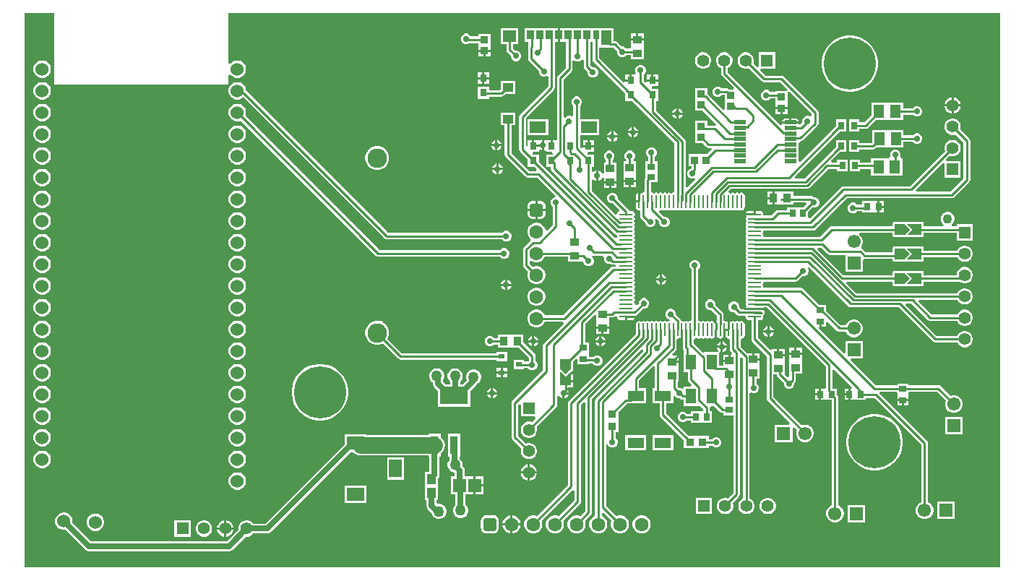
<source format=gtl>
G04*
G04 #@! TF.GenerationSoftware,Altium Limited,Altium Designer,21.4.1 (30)*
G04*
G04 Layer_Physical_Order=1*
G04 Layer_Color=255*
%FSLAX25Y25*%
%MOIN*%
G70*
G04*
G04 #@! TF.SameCoordinates,5141BEB0-0B1F-41B6-A3F9-944F83B17515*
G04*
G04*
G04 #@! TF.FilePolarity,Positive*
G04*
G01*
G75*
%ADD16R,0.03937X0.03543*%
%ADD17R,0.03150X0.03543*%
%ADD18R,0.03543X0.02953*%
%ADD19O,0.00984X0.06102*%
%ADD20O,0.06102X0.00984*%
%ADD21R,0.03347X0.03543*%
%ADD22R,0.03543X0.03347*%
%ADD23R,0.02953X0.04331*%
%ADD24R,0.03347X0.04331*%
%ADD25R,0.04724X0.03937*%
%ADD26R,0.07480X0.05315*%
%ADD27R,0.04606X0.07087*%
%ADD28R,0.06102X0.05315*%
G04:AMPARAMS|DCode=29|XSize=17.72mil|YSize=55.12mil|CornerRadius=1.95mil|HoleSize=0mil|Usage=FLASHONLY|Rotation=90.000|XOffset=0mil|YOffset=0mil|HoleType=Round|Shape=RoundedRectangle|*
%AMROUNDEDRECTD29*
21,1,0.01772,0.05122,0,0,90.0*
21,1,0.01382,0.05512,0,0,90.0*
1,1,0.00390,0.02561,0.00691*
1,1,0.00390,0.02561,-0.00691*
1,1,0.00390,-0.02561,-0.00691*
1,1,0.00390,-0.02561,0.00691*
%
%ADD29ROUNDEDRECTD29*%
%ADD30R,0.04000X0.05000*%
%ADD31R,0.12795X0.08465*%
%ADD32R,0.03740X0.08465*%
%ADD33R,0.03985X0.04562*%
%ADD34R,0.06213X0.06127*%
%ADD35R,0.03543X0.03937*%
%ADD36R,0.02953X0.03543*%
%ADD37R,0.03591X0.03772*%
%ADD38R,0.03772X0.03591*%
%ADD39R,0.05118X0.05906*%
%ADD40R,0.03197X0.02593*%
%ADD41R,0.04724X0.07087*%
%ADD42R,0.02756X0.02362*%
%ADD43R,0.02593X0.03197*%
%ADD44R,0.05000X0.04000*%
%ADD45R,0.07480X0.05118*%
%ADD46R,0.02756X0.03543*%
%ADD68C,0.05512*%
%ADD69R,0.05512X0.05512*%
%ADD70R,0.05512X0.05512*%
%ADD76R,0.06102X0.06102*%
%ADD77R,0.06102X0.06102*%
%ADD79C,0.06102*%
%ADD80C,0.04331*%
%ADD83C,0.01000*%
%ADD84C,0.02500*%
%ADD85C,0.05000*%
%ADD86C,0.07500*%
%ADD87C,0.08976*%
%ADD88C,0.06000*%
%ADD89C,0.06299*%
G04:AMPARAMS|DCode=90|XSize=62.99mil|YSize=62.99mil|CornerRadius=15.75mil|HoleSize=0mil|Usage=FLASHONLY|Rotation=0.000|XOffset=0mil|YOffset=0mil|HoleType=Round|Shape=RoundedRectangle|*
%AMROUNDEDRECTD90*
21,1,0.06299,0.03150,0,0,0.0*
21,1,0.03150,0.06299,0,0,0.0*
1,1,0.03150,0.01575,-0.01575*
1,1,0.03150,-0.01575,-0.01575*
1,1,0.03150,-0.01575,0.01575*
1,1,0.03150,0.01575,0.01575*
%
%ADD90ROUNDEDRECTD90*%
G04:AMPARAMS|DCode=91|XSize=62.99mil|YSize=62.99mil|CornerRadius=15.75mil|HoleSize=0mil|Usage=FLASHONLY|Rotation=270.000|XOffset=0mil|YOffset=0mil|HoleType=Round|Shape=RoundedRectangle|*
%AMROUNDEDRECTD91*
21,1,0.06299,0.03150,0,0,270.0*
21,1,0.03150,0.06299,0,0,270.0*
1,1,0.03150,-0.01575,-0.01575*
1,1,0.03150,-0.01575,0.01575*
1,1,0.03150,0.01575,0.01575*
1,1,0.03150,0.01575,-0.01575*
%
%ADD91ROUNDEDRECTD91*%
%ADD92R,0.08268X0.05906*%
%ADD93R,0.05906X0.08268*%
%ADD94C,0.24000*%
%ADD95C,0.02800*%
%ADD96C,0.05000*%
G36*
X704225Y68774D02*
X254275D01*
Y324225D01*
X268000D01*
Y291500D01*
X348500D01*
Y295828D01*
X349296Y296043D01*
X349300Y296043D01*
X350044Y295299D01*
X350956Y294773D01*
X351973Y294500D01*
X353027D01*
X354044Y294773D01*
X354956Y295299D01*
X355701Y296044D01*
X356227Y296956D01*
X356500Y297973D01*
Y299027D01*
X356227Y300044D01*
X355701Y300956D01*
X354956Y301701D01*
X354044Y302227D01*
X353027Y302500D01*
X351973D01*
X350956Y302227D01*
X350044Y301701D01*
X349300Y300957D01*
X349296Y300957D01*
X348500Y301172D01*
Y324225D01*
X704225D01*
Y68774D01*
D02*
G37*
%LPC*%
G36*
X539968Y314921D02*
X537500D01*
Y312650D01*
X539968D01*
Y314921D01*
D02*
G37*
G36*
X536500D02*
X534031D01*
Y312650D01*
X536500D01*
Y314921D01*
D02*
G37*
G36*
X458477Y314900D02*
X457523D01*
X456640Y314535D01*
X455965Y313860D01*
X455600Y312977D01*
Y312023D01*
X455965Y311140D01*
X456640Y310465D01*
X457523Y310100D01*
X458477D01*
X459360Y310465D01*
X459424Y310530D01*
X463728D01*
Y307441D01*
X466500D01*
X469272D01*
Y309386D01*
Y314732D01*
X463728D01*
Y313589D01*
X460147D01*
X460035Y313860D01*
X459360Y314535D01*
X458477Y314900D01*
D02*
G37*
G36*
X469272Y306441D02*
X467000D01*
Y304268D01*
X469272D01*
Y306441D01*
D02*
G37*
G36*
X466000D02*
X463728D01*
Y304268D01*
X466000D01*
Y306441D01*
D02*
G37*
G36*
X482112Y317474D02*
X474010D01*
Y310159D01*
X476532D01*
Y307467D01*
X476648Y306881D01*
X476980Y306385D01*
X478544Y304821D01*
Y304107D01*
X478909Y303225D01*
X479584Y302550D01*
X480466Y302184D01*
X481421D01*
X482303Y302550D01*
X482978Y303225D01*
X483344Y304107D01*
Y305062D01*
X482978Y305944D01*
X482303Y306619D01*
X481421Y306984D01*
X480706D01*
X479590Y308100D01*
Y310159D01*
X482112D01*
Y317474D01*
D02*
G37*
G36*
X567809Y306256D02*
X566820D01*
X565865Y306000D01*
X565009Y305505D01*
X564310Y304806D01*
X563815Y303950D01*
X563559Y302994D01*
Y302006D01*
X563815Y301050D01*
X564310Y300194D01*
X565009Y299495D01*
X565865Y299000D01*
X566820Y298744D01*
X567809D01*
X568765Y299000D01*
X569621Y299495D01*
X570320Y300194D01*
X570815Y301050D01*
X571071Y302006D01*
Y302994D01*
X570815Y303950D01*
X570320Y304806D01*
X569621Y305505D01*
X568765Y306000D01*
X567809Y306256D01*
D02*
G37*
G36*
X468575Y297118D02*
X466500D01*
Y294847D01*
X468575D01*
Y297118D01*
D02*
G37*
G36*
X465500D02*
X463425D01*
Y294847D01*
X465500D01*
Y297118D01*
D02*
G37*
G36*
X263027Y302500D02*
X261973D01*
X260956Y302227D01*
X260044Y301701D01*
X259299Y300956D01*
X258773Y300044D01*
X258500Y299026D01*
Y297973D01*
X258773Y296956D01*
X259299Y296044D01*
X260044Y295299D01*
X260956Y294773D01*
X261973Y294500D01*
X263027D01*
X264044Y294773D01*
X264956Y295299D01*
X265701Y296044D01*
X266227Y296956D01*
X266500Y297973D01*
Y299026D01*
X266227Y300044D01*
X265701Y300956D01*
X264956Y301701D01*
X264044Y302227D01*
X263027Y302500D01*
D02*
G37*
G36*
X546575Y296118D02*
X544500D01*
Y293847D01*
X546575D01*
Y296118D01*
D02*
G37*
G36*
X543500D02*
X541425D01*
Y293847D01*
X543500D01*
Y296118D01*
D02*
G37*
G36*
X533500D02*
X531425D01*
Y293847D01*
X533500D01*
Y296118D01*
D02*
G37*
G36*
X468575Y293847D02*
X466500D01*
Y291575D01*
X468575D01*
Y293847D01*
D02*
G37*
G36*
X465500D02*
X463425D01*
Y291575D01*
X465500D01*
Y293847D01*
D02*
G37*
G36*
X480734Y293065D02*
X474010D01*
Y289291D01*
X473595Y288876D01*
X468575D01*
Y290425D01*
X463425D01*
Y284882D01*
X468575D01*
Y285817D01*
X474228D01*
X474814Y285933D01*
X475310Y286265D01*
X476173Y287128D01*
X480734D01*
Y293065D01*
D02*
G37*
G36*
X636023Y314000D02*
X633977D01*
X631956Y313680D01*
X630010Y313048D01*
X628187Y312119D01*
X626531Y310916D01*
X625084Y309469D01*
X623881Y307814D01*
X622952Y305990D01*
X622320Y304044D01*
X622000Y302023D01*
Y299977D01*
X622320Y297956D01*
X622952Y296010D01*
X623881Y294186D01*
X625084Y292531D01*
X626531Y291084D01*
X628187Y289881D01*
X630010Y288952D01*
X631956Y288320D01*
X633977Y288000D01*
X636023D01*
X638044Y288320D01*
X639990Y288952D01*
X641814Y289881D01*
X643469Y291084D01*
X644916Y292531D01*
X646119Y294186D01*
X647048Y296010D01*
X647680Y297956D01*
X648000Y299977D01*
Y302023D01*
X647680Y304044D01*
X647048Y305990D01*
X646119Y307814D01*
X644916Y309469D01*
X643469Y310916D01*
X641814Y312119D01*
X639990Y313048D01*
X638044Y313680D01*
X636023Y314000D01*
D02*
G37*
G36*
X263027Y292500D02*
X261973D01*
X260956Y292227D01*
X260044Y291701D01*
X259299Y290956D01*
X258773Y290044D01*
X258500Y289026D01*
Y287973D01*
X258773Y286956D01*
X259299Y286044D01*
X260044Y285299D01*
X260956Y284772D01*
X261973Y284500D01*
X263027D01*
X264044Y284772D01*
X264956Y285299D01*
X265701Y286044D01*
X266227Y286956D01*
X266500Y287973D01*
Y289026D01*
X266227Y290044D01*
X265701Y290956D01*
X264956Y291701D01*
X264044Y292227D01*
X263027Y292500D01*
D02*
G37*
G36*
X682933Y285518D02*
Y282264D01*
X686188D01*
X685933Y283213D01*
X685438Y284070D01*
X684739Y284769D01*
X683883Y285264D01*
X682933Y285518D01*
D02*
G37*
G36*
X681933Y285518D02*
X680983Y285264D01*
X680127Y284769D01*
X679428Y284070D01*
X678933Y283213D01*
X678679Y282264D01*
X681933D01*
Y285518D01*
D02*
G37*
G36*
X556000Y280391D02*
Y278500D01*
X557891D01*
X557535Y279360D01*
X556859Y280035D01*
X556000Y280391D01*
D02*
G37*
G36*
X555000D02*
X554141Y280035D01*
X553465Y279360D01*
X553109Y278500D01*
X555000D01*
Y280391D01*
D02*
G37*
G36*
X681933Y281264D02*
X678679D01*
X678933Y280314D01*
X679428Y279458D01*
X680127Y278758D01*
X680983Y278264D01*
X681933Y278009D01*
Y281264D01*
D02*
G37*
G36*
X686188D02*
X682933D01*
Y278009D01*
X683883Y278264D01*
X684739Y278758D01*
X685438Y279458D01*
X685933Y280314D01*
X686188Y281264D01*
D02*
G37*
G36*
X606272Y279941D02*
X604000D01*
Y277768D01*
X606272D01*
Y279941D01*
D02*
G37*
G36*
X603000D02*
X600728D01*
Y277768D01*
X603000D01*
Y279941D01*
D02*
G37*
G36*
X652441Y282953D02*
X651641Y282953D01*
X644960D01*
Y277210D01*
X641780Y274029D01*
X639378D01*
Y275272D01*
X634622D01*
Y269728D01*
X639378D01*
Y270971D01*
X642413D01*
X642999Y271087D01*
X643495Y271419D01*
X647123Y275047D01*
X651641D01*
X652079Y275047D01*
X652879Y275047D01*
X659559D01*
Y277471D01*
X664135D01*
X664641Y276965D01*
X665523Y276600D01*
X666477D01*
X667359Y276965D01*
X668035Y277641D01*
X668400Y278523D01*
Y279477D01*
X668035Y280360D01*
X667359Y281035D01*
X666477Y281400D01*
X665523D01*
X664641Y281035D01*
X664135Y280529D01*
X659559D01*
Y282953D01*
X652879D01*
X652441Y282953D01*
D02*
G37*
G36*
X557891Y277500D02*
X556000D01*
Y275609D01*
X556859Y275965D01*
X557535Y276641D01*
X557891Y277500D01*
D02*
G37*
G36*
X555000D02*
X553109D01*
X553465Y276641D01*
X554141Y275965D01*
X555000Y275609D01*
Y277500D01*
D02*
G37*
G36*
X263027Y282500D02*
X261973D01*
X260956Y282227D01*
X260044Y281701D01*
X259299Y280956D01*
X258773Y280044D01*
X258500Y279027D01*
Y277973D01*
X258773Y276956D01*
X259299Y276044D01*
X260044Y275299D01*
X260956Y274773D01*
X261973Y274500D01*
X263027D01*
X264044Y274773D01*
X264956Y275299D01*
X265701Y276044D01*
X266227Y276956D01*
X266500Y277973D01*
Y279027D01*
X266227Y280044D01*
X265701Y280956D01*
X264956Y281701D01*
X264044Y282227D01*
X263027Y282500D01*
D02*
G37*
G36*
X610175Y275866D02*
X608114D01*
Y274457D01*
X611393D01*
Y274648D01*
X611301Y275114D01*
X611037Y275509D01*
X610641Y275773D01*
X610175Y275866D01*
D02*
G37*
G36*
X607114D02*
X605053D01*
X604587Y275773D01*
X604192Y275509D01*
X603928Y275114D01*
X603835Y274648D01*
Y274457D01*
X607114D01*
Y275866D01*
D02*
G37*
G36*
X535500Y271891D02*
Y270000D01*
X537391D01*
X537035Y270860D01*
X536360Y271535D01*
X535500Y271891D01*
D02*
G37*
G36*
X534500D02*
X533640Y271535D01*
X532965Y270860D01*
X532609Y270000D01*
X534500D01*
Y271891D01*
D02*
G37*
G36*
X495892Y275348D02*
X486411D01*
Y268034D01*
X495892D01*
Y275348D01*
D02*
G37*
G36*
X526000Y269891D02*
Y268000D01*
X527891D01*
X527535Y268860D01*
X526860Y269535D01*
X526000Y269891D01*
D02*
G37*
G36*
X525000D02*
X524141Y269535D01*
X523465Y268860D01*
X523109Y268000D01*
X525000D01*
Y269891D01*
D02*
G37*
G36*
X537391Y269000D02*
X535500D01*
Y267109D01*
X536360Y267465D01*
X537035Y268141D01*
X537391Y269000D01*
D02*
G37*
G36*
X534500D02*
X532609D01*
X532965Y268141D01*
X533640Y267465D01*
X534500Y267109D01*
Y269000D01*
D02*
G37*
G36*
X527891Y267000D02*
X526000D01*
Y265109D01*
X526860Y265465D01*
X527535Y266141D01*
X527891Y267000D01*
D02*
G37*
G36*
X525000D02*
X523109D01*
X523465Y266141D01*
X524141Y265465D01*
X525000Y265109D01*
Y267000D01*
D02*
G37*
G36*
X652681Y270453D02*
X651881Y270453D01*
X645201D01*
Y264710D01*
X645020Y264529D01*
X639331D01*
Y265772D01*
X634575D01*
Y260228D01*
X639331D01*
Y261471D01*
X645653D01*
X646239Y261587D01*
X646735Y261919D01*
X647364Y262547D01*
X651881D01*
X652319Y262547D01*
X653119Y262547D01*
X659799D01*
Y264971D01*
X664135D01*
X664641Y264465D01*
X665523Y264100D01*
X666477D01*
X667359Y264465D01*
X668035Y265141D01*
X668400Y266023D01*
Y266977D01*
X668035Y267860D01*
X667359Y268535D01*
X666477Y268900D01*
X665523D01*
X664641Y268535D01*
X664135Y268029D01*
X659799D01*
Y270453D01*
X653119D01*
X652681Y270453D01*
D02*
G37*
G36*
X353027Y272500D02*
X351973D01*
X350956Y272227D01*
X350044Y271701D01*
X349299Y270956D01*
X348773Y270044D01*
X348500Y269027D01*
Y267973D01*
X348773Y266956D01*
X349299Y266044D01*
X350044Y265299D01*
X350956Y264773D01*
X351973Y264500D01*
X353027D01*
X354044Y264773D01*
X354956Y265299D01*
X355701Y266044D01*
X356227Y266956D01*
X356500Y267973D01*
Y269027D01*
X356227Y270044D01*
X355701Y270956D01*
X354956Y271701D01*
X354044Y272227D01*
X353027Y272500D01*
D02*
G37*
G36*
X263027Y272500D02*
X261973D01*
X260956Y272227D01*
X260044Y271701D01*
X259299Y270956D01*
X258773Y270044D01*
X258500Y269026D01*
Y267973D01*
X258773Y266956D01*
X259299Y266044D01*
X260044Y265299D01*
X260956Y264773D01*
X261973Y264500D01*
X263027D01*
X264044Y264773D01*
X264956Y265299D01*
X265701Y266044D01*
X266227Y266956D01*
X266500Y267973D01*
Y269026D01*
X266227Y270044D01*
X265701Y270956D01*
X264956Y271701D01*
X264044Y272227D01*
X263027Y272500D01*
D02*
G37*
G36*
X472500Y265891D02*
Y264000D01*
X474391D01*
X474035Y264860D01*
X473359Y265535D01*
X472500Y265891D01*
D02*
G37*
G36*
X471500D02*
X470641Y265535D01*
X469965Y264860D01*
X469609Y264000D01*
X471500D01*
Y265891D01*
D02*
G37*
G36*
X517075Y265772D02*
X515000D01*
Y263500D01*
X517075D01*
Y265772D01*
D02*
G37*
G36*
X514000D02*
X511925D01*
Y263500D01*
X514000D01*
Y265772D01*
D02*
G37*
G36*
X525931Y317474D02*
X501238D01*
Y314309D01*
Y311144D01*
X504039D01*
Y299202D01*
X500344Y295507D01*
X500012Y295010D01*
X499896Y294425D01*
Y265772D01*
X498000D01*
Y263000D01*
X497000D01*
Y265772D01*
X494925D01*
X494925Y265772D01*
Y265772D01*
X494149Y265829D01*
X494000Y265891D01*
Y263500D01*
Y261109D01*
X494125Y261161D01*
X494925Y260627D01*
Y260228D01*
X497568D01*
X497960Y259428D01*
X497688Y259079D01*
X494925D01*
Y253535D01*
X497045D01*
Y252862D01*
X497162Y252277D01*
X497493Y251781D01*
X526725Y222549D01*
X527222Y222217D01*
X527731Y221654D01*
X527846Y221071D01*
X527639Y220700D01*
X526698Y220575D01*
X498592Y248681D01*
X498592Y248681D01*
X491575Y255698D01*
Y259079D01*
X488812D01*
X488541Y259428D01*
X488932Y260228D01*
X491575D01*
Y260986D01*
X492375Y261368D01*
X493000Y261109D01*
Y263500D01*
Y265891D01*
X492375Y265632D01*
X491575Y265772D01*
Y265772D01*
X489500D01*
Y263000D01*
X488500D01*
Y265772D01*
X486425D01*
Y263145D01*
X485625Y262718D01*
X485529Y262782D01*
Y275867D01*
X498481Y288819D01*
X498813Y289315D01*
X498929Y289900D01*
Y311144D01*
X500238D01*
Y314309D01*
Y317474D01*
X485073D01*
Y311144D01*
X486717D01*
Y309278D01*
X486687Y309233D01*
X486571Y308648D01*
Y303400D01*
X486687Y302815D01*
X487019Y302319D01*
X491600Y297737D01*
Y297023D01*
X491965Y296141D01*
X492640Y295465D01*
X493523Y295100D01*
X494477D01*
X495071Y295346D01*
X495871Y294931D01*
Y290533D01*
X482919Y277581D01*
X482587Y277085D01*
X482471Y276500D01*
Y261504D01*
X482587Y260919D01*
X482919Y260422D01*
X486425Y256916D01*
Y253535D01*
X489412D01*
X490679Y252269D01*
X490373Y251529D01*
X487134D01*
X478901Y259762D01*
Y272561D01*
X480734D01*
Y278498D01*
X474010D01*
Y272561D01*
X475843D01*
Y259128D01*
X475959Y258543D01*
X476291Y258047D01*
X485419Y248919D01*
X485915Y248587D01*
X486500Y248471D01*
X490867D01*
X499198Y240139D01*
X498869Y239336D01*
X498140Y239035D01*
X497465Y238359D01*
X497100Y237477D01*
Y236523D01*
X497465Y235641D01*
X497971Y235135D01*
Y226558D01*
X495385Y223973D01*
X494582Y224300D01*
X494367Y225102D01*
X493820Y226048D01*
X493048Y226820D01*
X492102Y227367D01*
X491046Y227650D01*
X489954D01*
X488898Y227367D01*
X487952Y226820D01*
X487180Y226048D01*
X486633Y225102D01*
X486350Y224046D01*
Y222954D01*
X486633Y221898D01*
X487180Y220952D01*
X487690Y220441D01*
X487808Y219779D01*
X487676Y219415D01*
X484769Y216507D01*
X484437Y216011D01*
X484321Y215426D01*
Y208150D01*
X484437Y207564D01*
X484769Y207068D01*
X486671Y205167D01*
X486633Y205102D01*
X486350Y204046D01*
Y202954D01*
X486633Y201898D01*
X487180Y200952D01*
X487952Y200180D01*
X488898Y199633D01*
X489954Y199350D01*
X491046D01*
X492102Y199633D01*
X493048Y200180D01*
X493820Y200952D01*
X494367Y201898D01*
X494650Y202954D01*
Y204046D01*
X494367Y205102D01*
X493820Y206048D01*
X493048Y206821D01*
X492102Y207367D01*
X491046Y207650D01*
X489954D01*
X488898Y207367D01*
X488834Y207329D01*
X487380Y208783D01*
Y209711D01*
X488180Y210048D01*
X488898Y209633D01*
X489954Y209350D01*
X491046D01*
X492102Y209633D01*
X493048Y210179D01*
X493820Y210952D01*
X494367Y211898D01*
X494386Y211971D01*
X505031D01*
Y209579D01*
X510968D01*
Y209596D01*
X511768Y209996D01*
X512100Y209747D01*
Y209523D01*
X512465Y208641D01*
X513140Y207965D01*
X514023Y207600D01*
X514977D01*
X515860Y207965D01*
X516535Y208641D01*
X516900Y209523D01*
Y210477D01*
X516535Y211360D01*
X516208Y211686D01*
X516073Y211821D01*
X516515Y212487D01*
X516700Y212450D01*
X517100Y212371D01*
X521104D01*
X521639Y211571D01*
X521600Y211477D01*
Y210523D01*
X521965Y209641D01*
X522641Y208965D01*
X523523Y208600D01*
X524477D01*
X524679Y208684D01*
X525059Y208430D01*
X525645Y208313D01*
X526662D01*
X526916Y207874D01*
X526662Y207435D01*
X525906D01*
X525320Y207318D01*
X524824Y206987D01*
X502867Y185029D01*
X494386D01*
X494367Y185102D01*
X493820Y186048D01*
X493048Y186820D01*
X492102Y187367D01*
X491046Y187650D01*
X489954D01*
X488898Y187367D01*
X487952Y186820D01*
X487180Y186048D01*
X486633Y185102D01*
X486350Y184046D01*
Y182954D01*
X486633Y181898D01*
X487180Y180952D01*
X487952Y180180D01*
X488898Y179633D01*
X489954Y179350D01*
X491046D01*
X492102Y179633D01*
X493048Y180180D01*
X493820Y180952D01*
X494367Y181898D01*
X494386Y181971D01*
X502676D01*
X503008Y181171D01*
X493919Y172081D01*
X493587Y171585D01*
X493471Y171000D01*
Y159634D01*
X479419Y145581D01*
X479087Y145085D01*
X478971Y144500D01*
Y128842D01*
X479087Y128257D01*
X479419Y127761D01*
X483476Y123703D01*
X483244Y122837D01*
Y121848D01*
X483500Y120893D01*
X483994Y120036D01*
X484694Y119337D01*
X485550Y118843D01*
X486506Y118587D01*
X487495D01*
X488450Y118843D01*
X489306Y119337D01*
X490005Y120036D01*
X490500Y120893D01*
X490756Y121848D01*
Y122837D01*
X490500Y123792D01*
X490005Y124649D01*
X489306Y125348D01*
X488450Y125842D01*
X487495Y126098D01*
X486506D01*
X485639Y125866D01*
X482029Y129476D01*
Y143772D01*
X482487Y144141D01*
X483244Y143808D01*
Y138272D01*
X489792D01*
X490124Y137472D01*
X488361Y135709D01*
X487495Y135941D01*
X486506D01*
X485550Y135685D01*
X484694Y135190D01*
X483994Y134491D01*
X483500Y133635D01*
X483244Y132679D01*
Y131691D01*
X483500Y130735D01*
X483994Y129879D01*
X484694Y129180D01*
X485550Y128685D01*
X486506Y128429D01*
X487495D01*
X488450Y128685D01*
X489306Y129180D01*
X490005Y129879D01*
X490500Y130735D01*
X490756Y131691D01*
Y132679D01*
X490524Y133546D01*
X499581Y142604D01*
X499913Y143100D01*
X500029Y143685D01*
Y147810D01*
X500829Y147969D01*
X500965Y147641D01*
X501641Y146965D01*
X502500Y146609D01*
Y149000D01*
X503000D01*
Y149500D01*
X505391D01*
X505035Y150359D01*
X504594Y150800D01*
X504925Y151600D01*
X507500D01*
Y154100D01*
X506500D01*
Y152600D01*
X501500D01*
Y159200D01*
X504000Y156700D01*
X506500Y159200D01*
Y158858D01*
X507142Y159500D01*
X507500D01*
Y160202D01*
X507520Y160300D01*
Y163823D01*
X508662Y164965D01*
X509401Y164659D01*
Y162539D01*
X514599D01*
Y162815D01*
X516393D01*
X516465Y162641D01*
X517140Y161965D01*
X518023Y161600D01*
X518977D01*
X519860Y161965D01*
X520535Y162641D01*
X520900Y163523D01*
Y164477D01*
X520535Y165359D01*
X519860Y166035D01*
X518977Y166400D01*
X518023D01*
X517140Y166035D01*
X516980Y165874D01*
X514599D01*
Y167132D01*
X514599Y167132D01*
Y167868D01*
X514599D01*
X514599Y167932D01*
Y172461D01*
X513029D01*
Y180945D01*
X517292Y185208D01*
X518032Y184902D01*
Y182773D01*
X518032Y182728D01*
Y181972D01*
X518032Y181928D01*
Y179701D01*
X523969D01*
Y181928D01*
X523969Y181972D01*
Y182728D01*
X523969Y182773D01*
Y183971D01*
X525508D01*
X526093Y184087D01*
X526589Y184419D01*
X526659Y184489D01*
X527564Y184455D01*
X527731Y184252D01*
X527846Y183670D01*
X528176Y183176D01*
X528670Y182846D01*
X529252Y182731D01*
X531311D01*
Y184252D01*
X531811D01*
Y184691D01*
X531851Y184699D01*
X535728D01*
X535800Y184713D01*
X535800Y184713D01*
X536314Y184815D01*
X536810Y185147D01*
X539763Y188100D01*
X540477D01*
X541360Y188465D01*
X542035Y189140D01*
X542400Y190023D01*
Y190977D01*
X542035Y191859D01*
X541360Y192535D01*
X540477Y192900D01*
X539523D01*
X538640Y192535D01*
X537965Y191859D01*
X537600Y190977D01*
Y190263D01*
X536924Y189587D01*
X535884Y189665D01*
X535810Y189748D01*
X535891Y190157D01*
X535776Y190740D01*
X535507Y191142D01*
X535776Y191544D01*
X535891Y192126D01*
X535776Y192708D01*
X535507Y193110D01*
X535776Y193512D01*
X535891Y194095D01*
X535776Y194677D01*
X535507Y195079D01*
X535776Y195481D01*
X535891Y196063D01*
X535776Y196645D01*
X535507Y197047D01*
X535776Y197449D01*
X535891Y198031D01*
X535776Y198614D01*
X535507Y199016D01*
X535776Y199418D01*
X535891Y200000D01*
X535776Y200582D01*
X535507Y200984D01*
X535776Y201386D01*
X535891Y201969D01*
X535776Y202551D01*
X535507Y202953D01*
X535776Y203355D01*
X535891Y203937D01*
X535776Y204519D01*
X535507Y204921D01*
X535776Y205323D01*
X535891Y205906D01*
X535776Y206488D01*
X535507Y206890D01*
X535776Y207292D01*
X535891Y207874D01*
X535776Y208456D01*
X535507Y208858D01*
X535776Y209260D01*
X535891Y209842D01*
X535776Y210425D01*
X535507Y210827D01*
X535776Y211229D01*
X535891Y211811D01*
X535776Y212393D01*
X535507Y212795D01*
X535776Y213197D01*
X535891Y213779D01*
X535776Y214362D01*
X535507Y214764D01*
X535776Y215166D01*
X535891Y215748D01*
X535776Y216330D01*
X535507Y216732D01*
X535776Y217134D01*
X535891Y217717D01*
X535776Y218299D01*
X535507Y218701D01*
X535776Y219103D01*
X535891Y219685D01*
X535776Y220267D01*
X535507Y220669D01*
X535776Y221071D01*
X535891Y221654D01*
X535776Y222236D01*
X535507Y222638D01*
X535776Y223040D01*
X535891Y223622D01*
X535776Y224204D01*
X535507Y224606D01*
X535776Y225008D01*
X535891Y225590D01*
X535776Y226173D01*
X535507Y226575D01*
X535776Y226977D01*
X535891Y227559D01*
X535776Y228141D01*
X535507Y228543D01*
X535776Y228945D01*
X535891Y229528D01*
X535776Y230110D01*
X535507Y230512D01*
X535776Y230914D01*
X535891Y231496D01*
X535776Y232078D01*
X535446Y232572D01*
X534952Y232902D01*
X534370Y233017D01*
X533275D01*
X533224Y233274D01*
X532893Y233770D01*
X527900Y238763D01*
Y239477D01*
X527535Y240359D01*
X526860Y241035D01*
X525977Y241400D01*
X525023D01*
X524141Y241035D01*
X523465Y240359D01*
X523100Y239477D01*
Y238523D01*
X523465Y237641D01*
X524141Y236965D01*
X525023Y236600D01*
X525737D01*
X528628Y233709D01*
X528639Y233497D01*
X528451Y232755D01*
X528176Y232572D01*
X527846Y232078D01*
X527782Y231757D01*
X527073Y231449D01*
X526966Y231442D01*
X516029Y242379D01*
Y247302D01*
X516829Y247633D01*
X517157Y247305D01*
X518016Y246949D01*
Y249340D01*
Y251731D01*
X517157Y251375D01*
X516829Y251047D01*
X516029Y251378D01*
Y253535D01*
X517075D01*
Y259079D01*
X514312D01*
X514041Y259428D01*
X514432Y260228D01*
X517075D01*
Y262500D01*
X514500D01*
X511925D01*
Y262287D01*
X511186Y261981D01*
X510529Y262637D01*
Y268034D01*
X519396D01*
Y275348D01*
X510529D01*
Y281635D01*
X511035Y282140D01*
X511400Y283023D01*
Y283977D01*
X511035Y284859D01*
X510359Y285535D01*
X509477Y285900D01*
X508523D01*
X507641Y285535D01*
X506965Y284859D01*
X506600Y283977D01*
Y283023D01*
X506965Y282140D01*
X507471Y281635D01*
Y276969D01*
X506671Y276613D01*
X505977Y276900D01*
X505023D01*
X504141Y276535D01*
X503755Y276149D01*
X502955Y276480D01*
Y293792D01*
X506650Y297487D01*
X506982Y297984D01*
X507098Y298569D01*
Y302376D01*
X507898Y302708D01*
X508141Y302465D01*
X509023Y302100D01*
X509977D01*
X510859Y302465D01*
X511401Y303007D01*
X512032Y302858D01*
X512201Y302762D01*
Y299770D01*
X512317Y299184D01*
X512649Y298688D01*
X514100Y297237D01*
Y296523D01*
X514465Y295640D01*
X515140Y294965D01*
X516023Y294600D01*
X516977D01*
X517860Y294965D01*
X518535Y295640D01*
X518900Y296523D01*
Y297477D01*
X518535Y298359D01*
X517860Y299035D01*
X516977Y299400D01*
X516263D01*
X515260Y300403D01*
Y311144D01*
X516335D01*
Y302986D01*
X516451Y302401D01*
X516783Y301905D01*
X531425Y287262D01*
Y283882D01*
X534412D01*
X554002Y264292D01*
Y241941D01*
X553563Y241580D01*
X552981Y241465D01*
X552579Y241196D01*
X552177Y241465D01*
X551594Y241580D01*
X551012Y241465D01*
X550610Y241196D01*
X550208Y241465D01*
X549626Y241580D01*
X549044Y241465D01*
X548642Y241196D01*
X548240Y241465D01*
X547657Y241580D01*
X547075Y241465D01*
X546673Y241196D01*
X546271Y241465D01*
X545689Y241580D01*
X545107Y241465D01*
X544705Y241196D01*
X544303Y241465D01*
X543720Y241580D01*
X543281Y241941D01*
Y246299D01*
X546272D01*
Y251024D01*
Y255976D01*
X545029D01*
Y258135D01*
X545535Y258641D01*
X545900Y259523D01*
Y260477D01*
X545535Y261360D01*
X544860Y262035D01*
X543977Y262400D01*
X543023D01*
X542140Y262035D01*
X541465Y261360D01*
X541100Y260477D01*
Y259523D01*
X541465Y258641D01*
X541971Y258135D01*
Y255976D01*
X540728D01*
Y251024D01*
Y248462D01*
X540670Y248404D01*
X540339Y247908D01*
X540223Y247323D01*
Y241941D01*
X539783Y241580D01*
X539201Y241465D01*
X538799Y241196D01*
X538397Y241465D01*
X538315Y241481D01*
Y240326D01*
X538262Y240059D01*
Y237540D01*
X538254Y237500D01*
X537815D01*
Y237000D01*
X536294D01*
Y234941D01*
X536409Y234359D01*
X536739Y233865D01*
X537233Y233535D01*
X537815Y233420D01*
X538262Y233053D01*
Y230709D01*
X538378Y230123D01*
X538710Y229627D01*
X539660Y228677D01*
X539699Y228651D01*
X540600Y227750D01*
Y227523D01*
X540965Y226641D01*
X541641Y225965D01*
X542523Y225600D01*
X543477D01*
X544359Y225965D01*
X545035Y226641D01*
X545400Y227523D01*
Y228477D01*
X545168Y229038D01*
X545846Y229491D01*
X547100Y228237D01*
Y227523D01*
X547465Y226641D01*
X548140Y225965D01*
X549023Y225600D01*
X549977D01*
X550859Y225965D01*
X551535Y226641D01*
X551900Y227523D01*
Y228477D01*
X551535Y229360D01*
X550859Y230035D01*
X549977Y230400D01*
X549263D01*
X546898Y232765D01*
X547304Y233490D01*
X547657Y233420D01*
X548240Y233535D01*
X548642Y233804D01*
X549044Y233535D01*
X549626Y233420D01*
X550208Y233535D01*
X550610Y233804D01*
X551012Y233535D01*
X551594Y233420D01*
X552177Y233535D01*
X552579Y233804D01*
X552981Y233535D01*
X553563Y233420D01*
X554145Y233535D01*
X554547Y233804D01*
X554949Y233535D01*
X555532Y233420D01*
X556114Y233535D01*
X556516Y233804D01*
X556918Y233535D01*
X557500Y233420D01*
X558082Y233535D01*
X558484Y233804D01*
X558886Y233535D01*
X559469Y233420D01*
X560051Y233535D01*
X560453Y233804D01*
X560855Y233535D01*
X561437Y233420D01*
X562019Y233535D01*
X562421Y233804D01*
X562823Y233535D01*
X563406Y233420D01*
X563988Y233535D01*
X564390Y233804D01*
X564792Y233535D01*
X565374Y233420D01*
X565956Y233535D01*
X566358Y233804D01*
X566760Y233535D01*
X567343Y233420D01*
X567925Y233535D01*
X568327Y233804D01*
X568729Y233535D01*
X569311Y233420D01*
X569893Y233535D01*
X570295Y233804D01*
X570697Y233535D01*
X571279Y233420D01*
X571862Y233535D01*
X572264Y233804D01*
X572666Y233535D01*
X573248Y233420D01*
X573830Y233535D01*
X574232Y233804D01*
X574634Y233535D01*
X575216Y233420D01*
X575799Y233535D01*
X576201Y233804D01*
X576603Y233535D01*
X577185Y233420D01*
X577767Y233535D01*
X578169Y233804D01*
X578571Y233535D01*
X579153Y233420D01*
X579736Y233535D01*
X580138Y233804D01*
X580540Y233535D01*
X581122Y233420D01*
X581704Y233535D01*
X582106Y233804D01*
X582508Y233535D01*
X583090Y233420D01*
X583673Y233535D01*
X584075Y233804D01*
X584477Y233535D01*
X585059Y233420D01*
X585641Y233535D01*
X586135Y233865D01*
X586465Y234359D01*
X586580Y234941D01*
Y240059D01*
X586465Y240641D01*
X586135Y241135D01*
X585641Y241465D01*
X585059Y241580D01*
X584477Y241465D01*
X584075Y241196D01*
X583673Y241465D01*
X583090Y241580D01*
X582508Y241465D01*
X582106Y241196D01*
X581704Y241465D01*
X581122Y241580D01*
X580540Y241465D01*
X580138Y241196D01*
X579736Y241465D01*
X579414Y241529D01*
X579107Y242238D01*
X579099Y242345D01*
X580025Y243271D01*
X615251D01*
X615837Y243387D01*
X616333Y243719D01*
X625085Y252471D01*
X629169D01*
Y251228D01*
X633925D01*
Y256772D01*
X629169D01*
Y255529D01*
X626785D01*
X626479Y256269D01*
X630438Y260228D01*
X633425D01*
Y265772D01*
X628669D01*
Y262785D01*
X613914Y248029D01*
X609832D01*
X609526Y248768D01*
X630486Y269728D01*
X633472D01*
Y275272D01*
X628716D01*
Y272285D01*
X612193Y255762D01*
X611393Y256093D01*
Y256734D01*
X611301Y257201D01*
X611219Y257323D01*
X611301Y257445D01*
X611393Y257911D01*
Y259293D01*
X611301Y259759D01*
X611219Y259882D01*
X611301Y260004D01*
X611393Y260471D01*
Y261852D01*
X611301Y262319D01*
X611219Y262441D01*
X611301Y262563D01*
X611393Y263030D01*
Y264411D01*
X612025Y265123D01*
X612154D01*
X612739Y265240D01*
X613235Y265571D01*
X620081Y272417D01*
X620413Y272914D01*
X620529Y273499D01*
Y278501D01*
X620413Y279086D01*
X620081Y279583D01*
X618382Y281282D01*
X618382Y281282D01*
X604583Y295081D01*
X604086Y295413D01*
X603501Y295529D01*
X596134D01*
X593719Y297944D01*
X594050Y298744D01*
X600598D01*
Y306256D01*
X593087D01*
Y299708D01*
X592287Y299376D01*
X590524Y301139D01*
X590756Y302006D01*
Y302994D01*
X590500Y303950D01*
X590005Y304806D01*
X589306Y305505D01*
X588450Y306000D01*
X587495Y306256D01*
X586506D01*
X585550Y306000D01*
X584694Y305505D01*
X583994Y304806D01*
X583500Y303950D01*
X583244Y302994D01*
Y302006D01*
X583500Y301050D01*
X583994Y300194D01*
X584694Y299495D01*
X585550Y299000D01*
X586506Y298744D01*
X587495D01*
X588361Y298976D01*
X594419Y292919D01*
X594915Y292587D01*
X595500Y292471D01*
X602868D01*
X606330Y289008D01*
X605975Y288232D01*
X605595Y288232D01*
X600728D01*
Y288029D01*
X598365D01*
X597859Y288535D01*
X596977Y288900D01*
X596023D01*
X595141Y288535D01*
X594465Y287860D01*
X594100Y286977D01*
Y286023D01*
X594465Y285140D01*
X595141Y284465D01*
X596023Y284100D01*
X596977D01*
X597859Y284465D01*
X598365Y284971D01*
X600728D01*
Y282886D01*
Y280941D01*
X603500D01*
X606272D01*
Y282886D01*
Y287499D01*
X606272Y287935D01*
X607047Y288291D01*
X616219Y279119D01*
X616219Y279119D01*
X617471Y277868D01*
Y276969D01*
X616671Y276613D01*
X615977Y276900D01*
X615023D01*
X614141Y276535D01*
X613465Y275859D01*
X613100Y274977D01*
Y274023D01*
X613147Y273910D01*
X612379Y273142D01*
X611467Y273176D01*
X611393Y273266D01*
Y273457D01*
X607614D01*
X603835D01*
Y273266D01*
X603875Y273065D01*
X603140Y272673D01*
X603135Y272673D01*
X578687Y297122D01*
Y299046D01*
X579464Y299495D01*
X580163Y300194D01*
X580657Y301050D01*
X580913Y302006D01*
Y302994D01*
X580657Y303950D01*
X580163Y304806D01*
X579464Y305505D01*
X578607Y306000D01*
X577652Y306256D01*
X576663D01*
X575708Y306000D01*
X574851Y305505D01*
X574152Y304806D01*
X573658Y303950D01*
X573402Y302994D01*
Y302006D01*
X573658Y301050D01*
X574152Y300194D01*
X574851Y299495D01*
X575628Y299046D01*
Y296488D01*
X575744Y295903D01*
X576076Y295407D01*
X581570Y289912D01*
X581264Y289173D01*
X579490D01*
X579454Y289209D01*
X578958Y289540D01*
X578373Y289657D01*
X575913D01*
X575408Y290162D01*
X574526Y290527D01*
X573571D01*
X572689Y290162D01*
X572014Y289487D01*
X571649Y288605D01*
Y287650D01*
X572014Y286768D01*
X572689Y286093D01*
X573571Y285727D01*
X574526D01*
X575408Y286093D01*
X575913Y286598D01*
X577228D01*
Y283827D01*
Y280066D01*
X576489Y279760D01*
X569282Y286967D01*
X569272Y286974D01*
Y289732D01*
X563728D01*
Y284386D01*
Y279268D01*
X567109D01*
X573269Y273107D01*
X572875Y272370D01*
X572648Y272415D01*
X569272D01*
Y274732D01*
X563728D01*
Y269386D01*
Y264268D01*
X567109D01*
X568738Y262639D01*
X569234Y262308D01*
X569819Y262191D01*
X570944D01*
X571250Y261452D01*
X569069Y259272D01*
X560768D01*
Y253728D01*
X561911D01*
Y252854D01*
X561140Y252535D01*
X560465Y251859D01*
X560100Y250977D01*
Y250023D01*
X560465Y249141D01*
X561140Y248465D01*
X562023Y248100D01*
X562977D01*
X563381Y248267D01*
X563834Y247589D01*
X559945Y243700D01*
X559206Y244006D01*
Y265184D01*
X559089Y265770D01*
X558758Y266266D01*
X545529Y279494D01*
Y283882D01*
X546575D01*
Y289425D01*
X543812D01*
X543540Y289775D01*
X543932Y290575D01*
X546575D01*
Y292846D01*
X544000D01*
X541425D01*
Y292633D01*
X540686Y292327D01*
X540029Y292984D01*
Y296135D01*
X540535Y296640D01*
X540900Y297523D01*
Y298477D01*
X540535Y299359D01*
X539859Y300035D01*
X538977Y300400D01*
X538023D01*
X537141Y300035D01*
X536465Y299359D01*
X536100Y298477D01*
Y297523D01*
X536350Y296918D01*
X535993Y296218D01*
X535882Y296118D01*
X534500D01*
Y293347D01*
X534000D01*
Y292846D01*
X531425D01*
Y292633D01*
X530686Y292327D01*
X519394Y303620D01*
Y308388D01*
X524283D01*
X524431Y308358D01*
X525979D01*
X527600Y306737D01*
Y306023D01*
X527965Y305140D01*
X528641Y304465D01*
X529523Y304100D01*
X530477D01*
X531359Y304465D01*
X531865Y304971D01*
X534031D01*
Y303079D01*
X539968D01*
Y308578D01*
X539968Y308622D01*
Y309378D01*
X539968Y309422D01*
Y311650D01*
X537000D01*
X534031D01*
Y309422D01*
X534031Y309378D01*
Y308622D01*
X533459Y308029D01*
X531865D01*
X531359Y308535D01*
X530477Y308900D01*
X529763D01*
X527694Y310969D01*
X527198Y311301D01*
X526612Y311417D01*
X525931D01*
Y317474D01*
D02*
G37*
G36*
X474391Y263000D02*
X472500D01*
Y261109D01*
X473359Y261465D01*
X474035Y262140D01*
X474391Y263000D01*
D02*
G37*
G36*
X471500D02*
X469609D01*
X469965Y262140D01*
X470641Y261465D01*
X471500Y261109D01*
Y263000D01*
D02*
G37*
G36*
X682928Y275677D02*
X681939D01*
X680983Y275421D01*
X680127Y274927D01*
X679428Y274227D01*
X678933Y273371D01*
X678677Y272416D01*
Y271427D01*
X678933Y270472D01*
X679428Y269615D01*
X680127Y268916D01*
X680983Y268421D01*
X681939Y268165D01*
X682928D01*
X683794Y268397D01*
X687471Y264721D01*
Y248133D01*
X681366Y242029D01*
X665592D01*
X665286Y242769D01*
X677877Y255360D01*
X678677Y255029D01*
Y248480D01*
X686189D01*
Y255992D01*
X679641D01*
X679309Y256792D01*
X681072Y258555D01*
X681939Y258323D01*
X682928D01*
X683883Y258579D01*
X684739Y259073D01*
X685438Y259773D01*
X685933Y260629D01*
X686189Y261584D01*
Y262573D01*
X685933Y263528D01*
X685438Y264385D01*
X684739Y265084D01*
X683883Y265579D01*
X682928Y265835D01*
X681939D01*
X680983Y265579D01*
X680127Y265084D01*
X679428Y264385D01*
X678933Y263528D01*
X678677Y262573D01*
Y261584D01*
X678909Y260718D01*
X662721Y244529D01*
X632000D01*
X631415Y244413D01*
X630919Y244081D01*
X616639Y229802D01*
X615839Y230133D01*
Y232609D01*
X617886Y234657D01*
X618023Y234600D01*
X618977D01*
X619860Y234965D01*
X620535Y235641D01*
X620900Y236523D01*
Y237477D01*
X620535Y238359D01*
X619860Y239035D01*
X618977Y239400D01*
X618263D01*
X618081Y239581D01*
X617585Y239913D01*
X617000Y240029D01*
X608921D01*
Y241968D01*
X603422D01*
X603378Y241968D01*
Y241968D01*
X602622D01*
Y241968D01*
X600350D01*
Y239000D01*
Y236032D01*
X602622D01*
Y236032D01*
X603378D01*
Y236032D01*
X603422Y236032D01*
X608921D01*
Y236971D01*
X614829D01*
X615135Y236231D01*
X613676Y234772D01*
X606161D01*
Y233529D01*
X601870D01*
X601285Y233413D01*
X600789Y233081D01*
X598764Y231057D01*
X595504D01*
X595143Y231496D01*
X595028Y232078D01*
X594698Y232572D01*
X594204Y232902D01*
X593622Y233017D01*
X591563D01*
Y231496D01*
X591063D01*
Y231057D01*
X591023Y231049D01*
X588504D01*
X588237Y230996D01*
X587082D01*
X587098Y230914D01*
X587367Y230512D01*
X587098Y230110D01*
X586983Y229528D01*
X587098Y228945D01*
X587367Y228543D01*
X587098Y228141D01*
X586983Y227559D01*
X587098Y226977D01*
X587367Y226575D01*
X587098Y226173D01*
X586983Y225590D01*
X587098Y225008D01*
X587367Y224606D01*
X587098Y224204D01*
X586983Y223622D01*
X587098Y223040D01*
X587367Y222638D01*
X587098Y222236D01*
X586983Y221654D01*
X587098Y221071D01*
X587367Y220669D01*
X587098Y220267D01*
X586983Y219685D01*
X587098Y219103D01*
X587367Y218701D01*
X587098Y218299D01*
X586983Y217717D01*
X587098Y217134D01*
X587367Y216732D01*
X587098Y216330D01*
X586983Y215748D01*
X587098Y215166D01*
X587367Y214764D01*
X587098Y214362D01*
X586983Y213779D01*
X587098Y213197D01*
X587367Y212795D01*
X587098Y212393D01*
X586983Y211811D01*
X587098Y211229D01*
X587367Y210827D01*
X587098Y210425D01*
X586983Y209842D01*
X587098Y209260D01*
X587367Y208858D01*
X587098Y208456D01*
X586983Y207874D01*
X587098Y207292D01*
X587367Y206890D01*
X587098Y206488D01*
X586983Y205906D01*
X587098Y205323D01*
X587367Y204921D01*
X587098Y204519D01*
X586983Y203937D01*
X587098Y203355D01*
X587367Y202953D01*
X587098Y202551D01*
X586983Y201969D01*
X587098Y201386D01*
X587367Y200984D01*
X587098Y200582D01*
X586983Y200000D01*
X587098Y199418D01*
X587367Y199016D01*
X587098Y198614D01*
X586983Y198031D01*
X587098Y197449D01*
X587367Y197047D01*
X587098Y196645D01*
X586983Y196063D01*
X587098Y195481D01*
X587367Y195079D01*
X587098Y194677D01*
X586983Y194095D01*
X587098Y193512D01*
X587367Y193110D01*
X587098Y192708D01*
X586983Y192126D01*
X587098Y191544D01*
X587367Y191142D01*
X587098Y190740D01*
X586983Y190157D01*
X587098Y189575D01*
X587367Y189173D01*
X587098Y188771D01*
X586983Y188189D01*
X586622Y187750D01*
X584807D01*
X583935Y188622D01*
Y189337D01*
X583569Y190219D01*
X582894Y190894D01*
X582012Y191260D01*
X581057D01*
X580175Y190894D01*
X579500Y190219D01*
X579135Y189337D01*
Y188382D01*
X579500Y187500D01*
X580175Y186825D01*
X581057Y186460D01*
X581772D01*
X583092Y185139D01*
X583588Y184808D01*
X584174Y184691D01*
X586622D01*
X586983Y184252D01*
X587098Y183670D01*
X587428Y183176D01*
X587922Y182846D01*
X588504Y182731D01*
X589534D01*
Y173937D01*
X589650Y173352D01*
X589982Y172856D01*
X596702Y166135D01*
Y146611D01*
X596818Y146026D01*
X597150Y145530D01*
X607389Y135290D01*
X607083Y134551D01*
X600449D01*
Y126449D01*
X608551D01*
Y133083D01*
X609290Y133389D01*
X610585Y132095D01*
X610567Y132064D01*
X610291Y131033D01*
Y129967D01*
X610567Y128936D01*
X611101Y128013D01*
X611855Y127258D01*
X612779Y126725D01*
X613809Y126449D01*
X614876D01*
X615906Y126725D01*
X616830Y127258D01*
X617584Y128013D01*
X618118Y128936D01*
X618394Y129967D01*
Y131033D01*
X618118Y132064D01*
X617584Y132987D01*
X616830Y133742D01*
X615906Y134275D01*
X614876Y134551D01*
X613809D01*
X612779Y134275D01*
X612748Y134257D01*
X599761Y147245D01*
Y157579D01*
X601335D01*
X601437Y157064D01*
X601769Y156568D01*
X604600Y153737D01*
Y153023D01*
X604965Y152140D01*
X605641Y151465D01*
X606523Y151100D01*
X607477D01*
X608359Y151465D01*
X609035Y152140D01*
X609400Y153023D01*
Y153737D01*
X609613Y153950D01*
X609944Y154446D01*
X610061Y155032D01*
Y158079D01*
X612968D01*
Y163578D01*
X612968Y163622D01*
Y164378D01*
X612968Y164422D01*
Y166650D01*
X610000D01*
X607031D01*
Y164422D01*
X607031Y164378D01*
Y163622D01*
X607031Y163578D01*
Y159727D01*
X607002Y159579D01*
Y156792D01*
X606202Y156461D01*
X604969Y157694D01*
Y163122D01*
X604969D01*
Y163878D01*
X604969D01*
Y166150D01*
X602000D01*
Y166650D01*
X601500D01*
Y169421D01*
X599031D01*
Y169177D01*
X598292Y168870D01*
X592592Y174571D01*
Y182731D01*
X593622D01*
X594204Y182846D01*
X594698Y183176D01*
X595028Y183670D01*
X595143Y184252D01*
X595028Y184834D01*
X594968Y184924D01*
X595277Y185131D01*
X595609Y185627D01*
X595725Y186213D01*
X595609Y186798D01*
X595277Y187294D01*
X595053Y187444D01*
X595167Y188218D01*
X595504Y188628D01*
X596805D01*
X623971Y161462D01*
Y151759D01*
X623632Y151099D01*
X623171Y151099D01*
X621836D01*
Y148500D01*
Y145901D01*
X623567D01*
X623632Y145901D01*
X624368D01*
X624433Y145901D01*
X626628D01*
Y97284D01*
X626594Y97275D01*
X625670Y96742D01*
X624916Y95987D01*
X624382Y95064D01*
X624106Y94033D01*
Y92967D01*
X624382Y91936D01*
X624916Y91013D01*
X625670Y90258D01*
X626594Y89725D01*
X627624Y89449D01*
X628691D01*
X629721Y89725D01*
X630645Y90258D01*
X631399Y91013D01*
X631933Y91936D01*
X632209Y92967D01*
Y94033D01*
X631933Y95064D01*
X631399Y95987D01*
X630645Y96742D01*
X629721Y97275D01*
X629687Y97284D01*
Y146816D01*
X629570Y147401D01*
X629239Y147897D01*
X628961Y148175D01*
Y151099D01*
X627029D01*
Y159763D01*
X627769Y160069D01*
X635999Y151838D01*
X635693Y151099D01*
X635336D01*
Y148500D01*
Y145901D01*
X637133D01*
X637133Y145901D01*
X637867D01*
Y145901D01*
X637932Y145901D01*
X642461D01*
Y146872D01*
X646465D01*
X667971Y125366D01*
Y98784D01*
X667936Y98775D01*
X667013Y98242D01*
X666258Y97487D01*
X665725Y96564D01*
X665449Y95533D01*
Y94467D01*
X665725Y93436D01*
X666258Y92513D01*
X667013Y91758D01*
X667936Y91225D01*
X668967Y90949D01*
X670033D01*
X671064Y91225D01*
X671987Y91758D01*
X672742Y92513D01*
X673275Y93436D01*
X673551Y94467D01*
Y95533D01*
X673275Y96564D01*
X672742Y97487D01*
X671987Y98242D01*
X671064Y98775D01*
X671029Y98784D01*
Y126000D01*
X670913Y126585D01*
X670581Y127081D01*
X648828Y148835D01*
X649159Y149635D01*
X656666D01*
X656901Y148867D01*
Y148133D01*
X656901Y148067D01*
Y146336D01*
X659500D01*
X662099D01*
Y148067D01*
X662099Y148133D01*
Y148867D01*
X662334Y149635D01*
X675202D01*
X679243Y145595D01*
X679225Y145564D01*
X678949Y144533D01*
Y143467D01*
X679225Y142436D01*
X679758Y141513D01*
X680513Y140758D01*
X681436Y140225D01*
X682467Y139949D01*
X683533D01*
X684564Y140225D01*
X685488Y140758D01*
X686242Y141513D01*
X686775Y142436D01*
X687051Y143467D01*
Y144533D01*
X686775Y145564D01*
X686242Y146487D01*
X685488Y147242D01*
X684564Y147775D01*
X683533Y148051D01*
X682467D01*
X681436Y147775D01*
X681405Y147757D01*
X676917Y152246D01*
X676421Y152577D01*
X675836Y152694D01*
X662099D01*
Y153461D01*
X656901D01*
Y152694D01*
X646969D01*
X635374Y164288D01*
X635681Y165028D01*
X640984D01*
Y173130D01*
X632882D01*
Y167826D01*
X632143Y167520D01*
X620699Y178964D01*
X621000Y179692D01*
Y182000D01*
X622000D01*
Y179703D01*
X624099D01*
Y181824D01*
X624838Y182130D01*
X629128Y177840D01*
X629624Y177508D01*
X630209Y177392D01*
X633149D01*
X633158Y177358D01*
X633691Y176434D01*
X634446Y175680D01*
X635369Y175146D01*
X636400Y174870D01*
X637466D01*
X638497Y175146D01*
X639421Y175680D01*
X640175Y176434D01*
X640708Y177358D01*
X640984Y178388D01*
Y179455D01*
X640708Y180485D01*
X640175Y181409D01*
X639421Y182163D01*
X638497Y182696D01*
X637466Y182972D01*
X636400D01*
X635369Y182696D01*
X634446Y182163D01*
X633691Y181409D01*
X633158Y180485D01*
X633149Y180451D01*
X630843D01*
X624099Y187195D01*
Y189625D01*
X621064D01*
X613545Y197144D01*
X613049Y197476D01*
X612463Y197592D01*
X595504D01*
X595143Y198031D01*
X595028Y198614D01*
X594759Y199016D01*
X595028Y199418D01*
X595143Y200000D01*
X595504Y200439D01*
X609969D01*
X610554Y200555D01*
X611050Y200887D01*
X613263Y203100D01*
X613977D01*
X614859Y203465D01*
X615535Y204140D01*
X615900Y205023D01*
Y205977D01*
X615535Y206859D01*
X616136Y207340D01*
X634299Y189176D01*
X634795Y188845D01*
X635381Y188728D01*
X657367D01*
X673204Y172891D01*
X673700Y172559D01*
X674285Y172443D01*
X684546D01*
X684995Y171666D01*
X685694Y170967D01*
X686550Y170473D01*
X687505Y170217D01*
X688494D01*
X689450Y170473D01*
X690306Y170967D01*
X691006Y171666D01*
X691500Y172523D01*
X691756Y173478D01*
Y174467D01*
X691500Y175422D01*
X691006Y176279D01*
X690306Y176978D01*
X689450Y177472D01*
X688494Y177728D01*
X687505D01*
X686550Y177472D01*
X685694Y176978D01*
X684995Y176279D01*
X684546Y175502D01*
X674919D01*
X660731Y189689D01*
X661037Y190428D01*
X663367D01*
X671061Y182734D01*
X671557Y182402D01*
X672143Y182286D01*
X684546D01*
X684995Y181509D01*
X685694Y180809D01*
X686550Y180315D01*
X687505Y180059D01*
X688494D01*
X689450Y180315D01*
X690306Y180809D01*
X691006Y181509D01*
X691500Y182365D01*
X691756Y183320D01*
Y184309D01*
X691500Y185265D01*
X691006Y186121D01*
X690306Y186820D01*
X689450Y187315D01*
X688494Y187571D01*
X687505D01*
X686550Y187315D01*
X685694Y186820D01*
X684995Y186121D01*
X684546Y185344D01*
X672776D01*
X666731Y191389D01*
X667037Y192128D01*
X684546D01*
X684995Y191351D01*
X685694Y190652D01*
X686550Y190157D01*
X687505Y189902D01*
X688494D01*
X689450Y190157D01*
X690306Y190652D01*
X691006Y191351D01*
X691500Y192208D01*
X691756Y193163D01*
Y194152D01*
X691500Y195107D01*
X691006Y195964D01*
X690306Y196663D01*
X689450Y197157D01*
X688494Y197413D01*
X687505D01*
X686550Y197157D01*
X685694Y196663D01*
X684995Y195964D01*
X684546Y195187D01*
X637999D01*
X633454Y199732D01*
X633760Y200471D01*
X654680D01*
Y199500D01*
X654758Y199110D01*
X654979Y198779D01*
X655000Y198765D01*
Y198500D01*
X655602D01*
X655700Y198480D01*
X660200D01*
X660208Y198482D01*
X661000Y198500D01*
D01*
X661194Y198487D01*
X661300Y198480D01*
X661773Y198480D01*
X667900D01*
X667999Y198500D01*
X668900D01*
Y199401D01*
X668920Y199500D01*
Y200471D01*
X685279D01*
X685645Y200543D01*
X685694Y200495D01*
X686550Y200000D01*
X687505Y199744D01*
X688494D01*
X689450Y200000D01*
X690306Y200495D01*
X691006Y201194D01*
X691500Y202050D01*
X691756Y203006D01*
Y203994D01*
X691500Y204950D01*
X691006Y205806D01*
X690306Y206505D01*
X689450Y207000D01*
X688494Y207256D01*
X687505D01*
X686550Y207000D01*
X685694Y206505D01*
X684995Y205806D01*
X684500Y204950D01*
X684244Y203994D01*
Y203529D01*
X668920D01*
Y204500D01*
X668900Y204598D01*
Y205500D01*
X667999D01*
X667900Y205520D01*
X661773D01*
X661300Y205520D01*
X661194Y205513D01*
X661000Y205500D01*
D01*
X660208Y205518D01*
X660200Y205520D01*
X655700D01*
X655602Y205500D01*
X655000D01*
Y205235D01*
X654979Y205221D01*
X654758Y204890D01*
X654680Y204500D01*
Y203529D01*
X632061D01*
X620142Y215448D01*
X620448Y216187D01*
X621811D01*
X624710Y213289D01*
X625206Y212957D01*
X625791Y212841D01*
X632882D01*
Y205028D01*
X640984D01*
Y210309D01*
X641736Y210971D01*
X654680D01*
Y210750D01*
X654758Y210360D01*
X654979Y210029D01*
X655000Y210015D01*
Y209750D01*
X655602D01*
X655700Y209730D01*
X660200D01*
X660208Y209732D01*
X661000Y209750D01*
D01*
X661194Y209737D01*
X661300Y209730D01*
X661773Y209730D01*
X667900D01*
X667999Y209750D01*
X668900D01*
Y210651D01*
X668920Y210750D01*
Y211813D01*
X684546D01*
X684995Y211036D01*
X685694Y210337D01*
X686550Y209843D01*
X687505Y209587D01*
X688494D01*
X689450Y209843D01*
X690306Y210337D01*
X691006Y211036D01*
X691500Y211893D01*
X691756Y212848D01*
Y213837D01*
X691500Y214792D01*
X691006Y215649D01*
X690306Y216348D01*
X689450Y216843D01*
X688494Y217098D01*
X687505D01*
X686550Y216843D01*
X685694Y216348D01*
X684995Y215649D01*
X684546Y214872D01*
X668920D01*
Y215750D01*
X668900Y215848D01*
Y216750D01*
X667999D01*
X667900Y216770D01*
X661773D01*
X661300Y216770D01*
X661194Y216763D01*
X661000Y216750D01*
D01*
X660208Y216768D01*
X660200Y216770D01*
X655700D01*
X655602Y216750D01*
X655000D01*
Y216485D01*
X654979Y216471D01*
X654758Y216140D01*
X654680Y215750D01*
Y214029D01*
X642369D01*
X640947Y215452D01*
X640573Y215701D01*
X640408Y216004D01*
X640289Y216631D01*
X640708Y217358D01*
X640984Y218388D01*
Y219455D01*
X640708Y220485D01*
X640175Y221409D01*
X639421Y222163D01*
X639407Y222171D01*
X639622Y222971D01*
X654680D01*
Y222000D01*
X654758Y221610D01*
X654979Y221279D01*
X655000Y221265D01*
Y221000D01*
X655602D01*
X655700Y220980D01*
X660200D01*
X660208Y220982D01*
X661000Y221000D01*
D01*
X661194Y220987D01*
X661300Y220980D01*
X661773Y220980D01*
X667900D01*
X667999Y221000D01*
X668900D01*
Y221901D01*
X668920Y222000D01*
Y222971D01*
X684244D01*
Y219429D01*
X691756D01*
Y226941D01*
X684244D01*
Y226029D01*
X682073D01*
X681858Y226829D01*
X682069Y226951D01*
X682659Y227541D01*
X683076Y228262D01*
X683291Y229067D01*
Y229901D01*
X683076Y230706D01*
X682659Y231428D01*
X682069Y232017D01*
X681348Y232434D01*
X680543Y232650D01*
X679709D01*
X678904Y232434D01*
X678182Y232017D01*
X677593Y231428D01*
X677176Y230706D01*
X676961Y229901D01*
Y229067D01*
X677176Y228262D01*
X677593Y227541D01*
X678182Y226951D01*
X678394Y226829D01*
X678179Y226029D01*
X668920D01*
Y227000D01*
X668900Y227098D01*
Y228000D01*
X667999D01*
X667900Y228020D01*
X661773D01*
X661300Y228020D01*
X661194Y228013D01*
X661000Y228000D01*
D01*
X660208Y228018D01*
X660200Y228020D01*
X655700D01*
X655602Y228000D01*
X655000D01*
Y227735D01*
X654979Y227721D01*
X654758Y227390D01*
X654680Y227000D01*
Y226029D01*
X626715D01*
X626129Y225913D01*
X625633Y225581D01*
X621266Y221214D01*
X595504D01*
X595143Y221654D01*
X595028Y222236D01*
X594759Y222638D01*
X595028Y223040D01*
X595143Y223622D01*
X595504Y224061D01*
X618090D01*
X618676Y224178D01*
X619172Y224509D01*
X633634Y238971D01*
X682000D01*
X682585Y239087D01*
X683081Y239419D01*
X690081Y246419D01*
X690413Y246915D01*
X690529Y247500D01*
Y265354D01*
X690413Y265940D01*
X690081Y266436D01*
X685957Y270560D01*
X686189Y271427D01*
Y272416D01*
X685933Y273371D01*
X685438Y274227D01*
X684739Y274927D01*
X683883Y275421D01*
X682928Y275677D01*
D02*
G37*
G36*
X656477Y261400D02*
X655523D01*
X654640Y261035D01*
X653965Y260360D01*
X653600Y259477D01*
Y258523D01*
X653712Y258253D01*
X653177Y257453D01*
X652181Y257453D01*
X651381Y257453D01*
X644701D01*
Y255529D01*
X639831D01*
Y256772D01*
X635075D01*
Y251228D01*
X639831D01*
Y252471D01*
X644701D01*
Y249547D01*
X651381D01*
X651819Y249547D01*
X652619Y249547D01*
X659299D01*
Y257453D01*
X658823D01*
X658288Y258253D01*
X658400Y258523D01*
Y259477D01*
X658035Y260360D01*
X657360Y261035D01*
X656477Y261400D01*
D02*
G37*
G36*
X353027Y262500D02*
X351973D01*
X350956Y262227D01*
X350044Y261701D01*
X349299Y260956D01*
X348773Y260044D01*
X348500Y259027D01*
Y257973D01*
X348773Y256956D01*
X349299Y256044D01*
X350044Y255299D01*
X350956Y254773D01*
X351973Y254500D01*
X353027D01*
X354044Y254773D01*
X354956Y255299D01*
X355701Y256044D01*
X356227Y256956D01*
X356500Y257973D01*
Y259027D01*
X356227Y260044D01*
X355701Y260956D01*
X354956Y261701D01*
X354044Y262227D01*
X353027Y262500D01*
D02*
G37*
G36*
X263027Y262500D02*
X261973D01*
X260956Y262227D01*
X260044Y261701D01*
X259299Y260956D01*
X258773Y260044D01*
X258500Y259027D01*
Y257973D01*
X258773Y256956D01*
X259299Y256044D01*
X260044Y255299D01*
X260956Y254772D01*
X261973Y254500D01*
X263027D01*
X264044Y254772D01*
X264956Y255299D01*
X265701Y256044D01*
X266227Y256956D01*
X266500Y257973D01*
Y259027D01*
X266227Y260044D01*
X265701Y260956D01*
X264956Y261701D01*
X264044Y262227D01*
X263027Y262500D01*
D02*
G37*
G36*
X473000Y254891D02*
Y253000D01*
X474891D01*
X474535Y253859D01*
X473860Y254535D01*
X473000Y254891D01*
D02*
G37*
G36*
X472000D02*
X471140Y254535D01*
X470465Y253859D01*
X470109Y253000D01*
X472000D01*
Y254891D01*
D02*
G37*
G36*
X417723Y262988D02*
X416278D01*
X414882Y262614D01*
X413630Y261892D01*
X412608Y260870D01*
X411886Y259618D01*
X411512Y258223D01*
Y256778D01*
X411886Y255382D01*
X412608Y254130D01*
X413630Y253108D01*
X414882Y252386D01*
X416278Y252012D01*
X417723D01*
X419118Y252386D01*
X420370Y253108D01*
X421392Y254130D01*
X422114Y255382D01*
X422488Y256778D01*
Y258223D01*
X422114Y259618D01*
X421392Y260870D01*
X420370Y261892D01*
X419118Y262614D01*
X417723Y262988D01*
D02*
G37*
G36*
X524477Y260900D02*
X523523D01*
X522641Y260535D01*
X521965Y259859D01*
X521600Y258977D01*
Y258023D01*
X521965Y257140D01*
X522471Y256635D01*
Y255421D01*
X521531D01*
Y250423D01*
X520731Y250264D01*
X520551Y250699D01*
X519876Y251375D01*
X519017Y251731D01*
Y249340D01*
Y246949D01*
X519876Y247305D01*
X520551Y247981D01*
X520731Y248416D01*
X521531Y248257D01*
Y246850D01*
X527468D01*
Y249078D01*
X527468Y249122D01*
Y249878D01*
X527468Y249922D01*
Y255421D01*
X525529D01*
Y256635D01*
X526035Y257140D01*
X526400Y258023D01*
Y258977D01*
X526035Y259859D01*
X525359Y260535D01*
X524477Y260900D01*
D02*
G37*
G36*
X474891Y252000D02*
X473000D01*
Y250109D01*
X473860Y250465D01*
X474535Y251140D01*
X474891Y252000D01*
D02*
G37*
G36*
X472000D02*
X470109D01*
X470465Y251140D01*
X471140Y250465D01*
X472000Y250109D01*
Y252000D01*
D02*
G37*
G36*
X533977Y260900D02*
X533023D01*
X532140Y260535D01*
X531465Y259859D01*
X531100Y258977D01*
Y258023D01*
X531465Y257140D01*
X531885Y256721D01*
X531763Y255921D01*
X530532D01*
Y250422D01*
X530532Y250378D01*
Y249622D01*
X530532Y249578D01*
Y247350D01*
X536469D01*
Y249578D01*
X536469Y249622D01*
Y250378D01*
X536469Y250422D01*
Y255921D01*
X535237D01*
X535115Y256721D01*
X535535Y257140D01*
X535900Y258023D01*
Y258977D01*
X535535Y259859D01*
X534860Y260535D01*
X533977Y260900D01*
D02*
G37*
G36*
X353027Y252500D02*
X351973D01*
X350956Y252227D01*
X350044Y251701D01*
X349299Y250956D01*
X348773Y250044D01*
X348500Y249027D01*
Y247973D01*
X348773Y246956D01*
X349299Y246044D01*
X350044Y245299D01*
X350956Y244773D01*
X351973Y244500D01*
X353027D01*
X354044Y244773D01*
X354956Y245299D01*
X355701Y246044D01*
X356227Y246956D01*
X356500Y247973D01*
Y249027D01*
X356227Y250044D01*
X355701Y250956D01*
X354956Y251701D01*
X354044Y252227D01*
X353027Y252500D01*
D02*
G37*
G36*
X263027Y252500D02*
X261973D01*
X260956Y252227D01*
X260044Y251701D01*
X259299Y250956D01*
X258773Y250044D01*
X258500Y249026D01*
Y247973D01*
X258773Y246956D01*
X259299Y246044D01*
X260044Y245299D01*
X260956Y244773D01*
X261973Y244500D01*
X263027D01*
X264044Y244773D01*
X264956Y245299D01*
X265701Y246044D01*
X266227Y246956D01*
X266500Y247973D01*
Y249026D01*
X266227Y250044D01*
X265701Y250956D01*
X264956Y251701D01*
X264044Y252227D01*
X263027Y252500D01*
D02*
G37*
G36*
X536469Y246350D02*
X534000D01*
Y244079D01*
X536469D01*
Y246350D01*
D02*
G37*
G36*
X533000D02*
X530532D01*
Y244079D01*
X533000D01*
Y246350D01*
D02*
G37*
G36*
X527468Y245850D02*
X525000D01*
Y243579D01*
X527468D01*
Y245850D01*
D02*
G37*
G36*
X524000D02*
X521531D01*
Y243579D01*
X524000D01*
Y245850D01*
D02*
G37*
G36*
X599350Y241968D02*
X597079D01*
Y239500D01*
X599350D01*
Y241968D01*
D02*
G37*
G36*
X537315Y241481D02*
X537233Y241465D01*
X536739Y241135D01*
X536409Y240641D01*
X536294Y240059D01*
Y238000D01*
X537315D01*
Y241481D01*
D02*
G37*
G36*
X599350Y238500D02*
X597079D01*
Y236032D01*
X599350D01*
Y238500D01*
D02*
G37*
G36*
X646032Y237599D02*
X645297D01*
X645232Y237599D01*
X640703D01*
Y236029D01*
X638365D01*
X637859Y236535D01*
X636977Y236900D01*
X636023D01*
X635141Y236535D01*
X634465Y235859D01*
X634100Y234977D01*
Y234023D01*
X634465Y233140D01*
X635141Y232465D01*
X636023Y232100D01*
X636977D01*
X637859Y232465D01*
X638365Y232971D01*
X640703D01*
Y232401D01*
X645232D01*
X645297Y232401D01*
X646032D01*
X646097Y232401D01*
X647828D01*
Y235000D01*
Y237599D01*
X646097D01*
X646032Y237599D01*
D02*
G37*
G36*
X648828Y237599D02*
Y235500D01*
X650625D01*
Y237599D01*
X648828D01*
D02*
G37*
G36*
X353027Y242500D02*
X351973D01*
X350956Y242227D01*
X350044Y241701D01*
X349299Y240956D01*
X348773Y240044D01*
X348500Y239027D01*
Y237973D01*
X348773Y236956D01*
X349299Y236044D01*
X350044Y235299D01*
X350956Y234773D01*
X351973Y234500D01*
X353027D01*
X354044Y234773D01*
X354956Y235299D01*
X355701Y236044D01*
X356227Y236956D01*
X356500Y237973D01*
Y239027D01*
X356227Y240044D01*
X355701Y240956D01*
X354956Y241701D01*
X354044Y242227D01*
X353027Y242500D01*
D02*
G37*
G36*
X263027Y242500D02*
X261973D01*
X260956Y242227D01*
X260044Y241701D01*
X259299Y240956D01*
X258773Y240044D01*
X258500Y239026D01*
Y237973D01*
X258773Y236956D01*
X259299Y236044D01*
X260044Y235299D01*
X260956Y234772D01*
X261973Y234500D01*
X263027D01*
X264044Y234772D01*
X264956Y235299D01*
X265701Y236044D01*
X266227Y236956D01*
X266500Y237973D01*
Y239026D01*
X266227Y240044D01*
X265701Y240956D01*
X264956Y241701D01*
X264044Y242227D01*
X263027Y242500D01*
D02*
G37*
G36*
X492075Y237672D02*
X491000D01*
Y234000D01*
X494672D01*
Y235075D01*
X494583Y235747D01*
X494324Y236373D01*
X493911Y236911D01*
X493373Y237324D01*
X492747Y237583D01*
X492075Y237672D01*
D02*
G37*
G36*
X490000D02*
X488925D01*
X488253Y237583D01*
X487627Y237324D01*
X487089Y236911D01*
X486676Y236373D01*
X486417Y235747D01*
X486328Y235075D01*
Y234000D01*
X490000D01*
Y237672D01*
D02*
G37*
G36*
X650625Y234500D02*
X648828D01*
Y232401D01*
X650625D01*
Y234500D01*
D02*
G37*
G36*
X590563Y233017D02*
X588504D01*
X587922Y232902D01*
X587428Y232572D01*
X587098Y232078D01*
X587082Y231996D01*
X590563D01*
Y233017D01*
D02*
G37*
G36*
X494672Y233000D02*
X491000D01*
Y229328D01*
X492075D01*
X492747Y229417D01*
X493373Y229676D01*
X493911Y230089D01*
X494324Y230627D01*
X494583Y231253D01*
X494672Y231925D01*
Y233000D01*
D02*
G37*
G36*
X490000D02*
X486328D01*
Y231925D01*
X486417Y231253D01*
X486676Y230627D01*
X487089Y230089D01*
X487627Y229676D01*
X488253Y229417D01*
X488925Y229328D01*
X490000D01*
Y233000D01*
D02*
G37*
G36*
X353027Y232500D02*
X351973D01*
X350956Y232227D01*
X350044Y231701D01*
X349299Y230956D01*
X348773Y230044D01*
X348500Y229027D01*
Y227973D01*
X348773Y226956D01*
X349299Y226044D01*
X350044Y225299D01*
X350956Y224773D01*
X351973Y224500D01*
X353027D01*
X354044Y224773D01*
X354956Y225299D01*
X355701Y226044D01*
X356227Y226956D01*
X356500Y227973D01*
Y229027D01*
X356227Y230044D01*
X355701Y230956D01*
X354956Y231701D01*
X354044Y232227D01*
X353027Y232500D01*
D02*
G37*
G36*
X263027Y232500D02*
X261973D01*
X260956Y232227D01*
X260044Y231701D01*
X259299Y230956D01*
X258773Y230044D01*
X258500Y229027D01*
Y227973D01*
X258773Y226956D01*
X259299Y226044D01*
X260044Y225299D01*
X260956Y224773D01*
X261973Y224500D01*
X263027D01*
X264044Y224773D01*
X264956Y225299D01*
X265701Y226044D01*
X266227Y226956D01*
X266500Y227973D01*
Y229027D01*
X266227Y230044D01*
X265701Y230956D01*
X264956Y231701D01*
X264044Y232227D01*
X263027Y232500D01*
D02*
G37*
G36*
X353027Y292500D02*
X351973D01*
X350956Y292227D01*
X350044Y291701D01*
X349299Y290956D01*
X348773Y290044D01*
X348500Y289027D01*
Y287973D01*
X348773Y286956D01*
X349299Y286044D01*
X350044Y285299D01*
X350956Y284773D01*
X351973Y284500D01*
X353027D01*
X354044Y284773D01*
X354956Y285299D01*
X355247Y285590D01*
X420419Y220419D01*
X420915Y220087D01*
X421500Y219971D01*
X474635D01*
X475140Y219465D01*
X476023Y219100D01*
X476977D01*
X477859Y219465D01*
X478535Y220141D01*
X478900Y221023D01*
Y221977D01*
X478535Y222860D01*
X477859Y223535D01*
X476977Y223900D01*
X476023D01*
X475140Y223535D01*
X474635Y223029D01*
X422133D01*
X356538Y288625D01*
X356500Y288650D01*
Y289027D01*
X356227Y290044D01*
X355701Y290956D01*
X354956Y291701D01*
X354044Y292227D01*
X353027Y292500D01*
D02*
G37*
G36*
Y222500D02*
X351973D01*
X350956Y222227D01*
X350044Y221701D01*
X349299Y220956D01*
X348773Y220044D01*
X348500Y219027D01*
Y217973D01*
X348773Y216956D01*
X349299Y216044D01*
X350044Y215299D01*
X350956Y214773D01*
X351973Y214500D01*
X353027D01*
X354044Y214773D01*
X354956Y215299D01*
X355701Y216044D01*
X356227Y216956D01*
X356500Y217973D01*
Y219027D01*
X356227Y220044D01*
X355701Y220956D01*
X354956Y221701D01*
X354044Y222227D01*
X353027Y222500D01*
D02*
G37*
G36*
X263027Y222500D02*
X261973D01*
X260956Y222227D01*
X260044Y221701D01*
X259299Y220956D01*
X258773Y220044D01*
X258500Y219026D01*
Y217973D01*
X258773Y216956D01*
X259299Y216044D01*
X260044Y215299D01*
X260956Y214773D01*
X261973Y214500D01*
X263027D01*
X264044Y214773D01*
X264956Y215299D01*
X265701Y216044D01*
X266227Y216956D01*
X266500Y217973D01*
Y219026D01*
X266227Y220044D01*
X265701Y220956D01*
X264956Y221701D01*
X264044Y222227D01*
X263027Y222500D01*
D02*
G37*
G36*
X353027Y282500D02*
X351973D01*
X350956Y282227D01*
X350044Y281701D01*
X349299Y280956D01*
X348773Y280044D01*
X348500Y279027D01*
Y277973D01*
X348773Y276956D01*
X349299Y276044D01*
X350044Y275299D01*
X350956Y274773D01*
X351973Y274500D01*
X353027D01*
X354044Y274773D01*
X354057Y274780D01*
X416419Y212419D01*
X416915Y212087D01*
X417500Y211971D01*
X473635D01*
X474141Y211465D01*
X475023Y211100D01*
X475977D01*
X476860Y211465D01*
X477535Y212140D01*
X477900Y213023D01*
Y213977D01*
X477535Y214860D01*
X476860Y215535D01*
X475977Y215900D01*
X475023D01*
X474141Y215535D01*
X473635Y215029D01*
X418133D01*
X356220Y276943D01*
X356227Y276956D01*
X356500Y277973D01*
Y279027D01*
X356227Y280044D01*
X355701Y280956D01*
X354956Y281701D01*
X354044Y282227D01*
X353027Y282500D01*
D02*
G37*
G36*
Y212500D02*
X351973D01*
X350956Y212227D01*
X350044Y211701D01*
X349299Y210956D01*
X348773Y210044D01*
X348500Y209027D01*
Y207973D01*
X348773Y206956D01*
X349299Y206044D01*
X350044Y205299D01*
X350956Y204773D01*
X351973Y204500D01*
X353027D01*
X354044Y204773D01*
X354956Y205299D01*
X355701Y206044D01*
X356227Y206956D01*
X356500Y207973D01*
Y209027D01*
X356227Y210044D01*
X355701Y210956D01*
X354956Y211701D01*
X354044Y212227D01*
X353027Y212500D01*
D02*
G37*
G36*
X263027Y212500D02*
X261973D01*
X260956Y212227D01*
X260044Y211701D01*
X259299Y210956D01*
X258773Y210044D01*
X258500Y209027D01*
Y207973D01*
X258773Y206956D01*
X259299Y206044D01*
X260044Y205299D01*
X260956Y204772D01*
X261973Y204500D01*
X263027D01*
X264044Y204772D01*
X264956Y205299D01*
X265701Y206044D01*
X266227Y206956D01*
X266500Y207973D01*
Y209027D01*
X266227Y210044D01*
X265701Y210956D01*
X264956Y211701D01*
X264044Y212227D01*
X263027Y212500D01*
D02*
G37*
G36*
X548500Y203891D02*
Y202000D01*
X550391D01*
X550035Y202859D01*
X549360Y203535D01*
X548500Y203891D01*
D02*
G37*
G36*
X547500D02*
X546640Y203535D01*
X545965Y202859D01*
X545609Y202000D01*
X547500D01*
Y203891D01*
D02*
G37*
G36*
X477000Y201391D02*
Y199500D01*
X478891D01*
X478535Y200360D01*
X477859Y201035D01*
X477000Y201391D01*
D02*
G37*
G36*
X476000D02*
X475140Y201035D01*
X474465Y200360D01*
X474109Y199500D01*
X476000D01*
Y201391D01*
D02*
G37*
G36*
X550391Y201000D02*
X548500D01*
Y199109D01*
X549360Y199465D01*
X550035Y200141D01*
X550391Y201000D01*
D02*
G37*
G36*
X547500D02*
X545609D01*
X545965Y200141D01*
X546640Y199465D01*
X547500Y199109D01*
Y201000D01*
D02*
G37*
G36*
X478891Y198500D02*
X477000D01*
Y196609D01*
X477859Y196965D01*
X478535Y197641D01*
X478891Y198500D01*
D02*
G37*
G36*
X476000D02*
X474109D01*
X474465Y197641D01*
X475140Y196965D01*
X476000Y196609D01*
Y198500D01*
D02*
G37*
G36*
X353027Y202500D02*
X351973D01*
X350956Y202227D01*
X350044Y201701D01*
X349299Y200956D01*
X348773Y200044D01*
X348500Y199027D01*
Y197973D01*
X348773Y196956D01*
X349299Y196044D01*
X350044Y195299D01*
X350956Y194773D01*
X351973Y194500D01*
X353027D01*
X354044Y194773D01*
X354956Y195299D01*
X355701Y196044D01*
X356227Y196956D01*
X356500Y197973D01*
Y199027D01*
X356227Y200044D01*
X355701Y200956D01*
X354956Y201701D01*
X354044Y202227D01*
X353027Y202500D01*
D02*
G37*
G36*
X263027Y202500D02*
X261973D01*
X260956Y202227D01*
X260044Y201701D01*
X259299Y200956D01*
X258773Y200044D01*
X258500Y199027D01*
Y197973D01*
X258773Y196956D01*
X259299Y196044D01*
X260044Y195299D01*
X260956Y194773D01*
X261973Y194500D01*
X263027D01*
X264044Y194773D01*
X264956Y195299D01*
X265701Y196044D01*
X266227Y196956D01*
X266500Y197973D01*
Y199027D01*
X266227Y200044D01*
X265701Y200956D01*
X264956Y201701D01*
X264044Y202227D01*
X263027Y202500D01*
D02*
G37*
G36*
X491046Y197650D02*
X489954D01*
X488898Y197367D01*
X487952Y196820D01*
X487180Y196048D01*
X486633Y195102D01*
X486350Y194046D01*
Y192954D01*
X486633Y191898D01*
X487180Y190952D01*
X487952Y190180D01*
X488898Y189633D01*
X489954Y189350D01*
X491046D01*
X492102Y189633D01*
X493048Y190180D01*
X493820Y190952D01*
X494367Y191898D01*
X494650Y192954D01*
Y194046D01*
X494367Y195102D01*
X493820Y196048D01*
X493048Y196820D01*
X492102Y197367D01*
X491046Y197650D01*
D02*
G37*
G36*
X353027Y192500D02*
X351973D01*
X350956Y192227D01*
X350044Y191701D01*
X349299Y190956D01*
X348773Y190044D01*
X348500Y189027D01*
Y187973D01*
X348773Y186956D01*
X349299Y186044D01*
X350044Y185299D01*
X350956Y184773D01*
X351973Y184500D01*
X353027D01*
X354044Y184773D01*
X354956Y185299D01*
X355701Y186044D01*
X356227Y186956D01*
X356500Y187973D01*
Y189027D01*
X356227Y190044D01*
X355701Y190956D01*
X354956Y191701D01*
X354044Y192227D01*
X353027Y192500D01*
D02*
G37*
G36*
X263027Y192500D02*
X261973D01*
X260956Y192227D01*
X260044Y191701D01*
X259299Y190956D01*
X258773Y190044D01*
X258500Y189026D01*
Y187973D01*
X258773Y186956D01*
X259299Y186044D01*
X260044Y185299D01*
X260956Y184773D01*
X261973Y184500D01*
X263027D01*
X264044Y184773D01*
X264956Y185299D01*
X265701Y186044D01*
X266227Y186956D01*
X266500Y187973D01*
Y189026D01*
X266227Y190044D01*
X265701Y190956D01*
X264956Y191701D01*
X264044Y192227D01*
X263027Y192500D01*
D02*
G37*
G36*
X535792Y183752D02*
X532311D01*
Y182731D01*
X534370D01*
X534952Y182846D01*
X535446Y183176D01*
X535776Y183670D01*
X535792Y183752D01*
D02*
G37*
G36*
X418484Y182387D02*
X417902Y182271D01*
X417723Y182319D01*
X416278D01*
X414882Y181945D01*
X413630Y181222D01*
X412608Y180201D01*
X411886Y178949D01*
X411512Y177553D01*
Y176108D01*
X411886Y174712D01*
X412608Y173461D01*
X413630Y172439D01*
X414882Y171716D01*
X416278Y171343D01*
X417723D01*
X419118Y171716D01*
X419646Y172021D01*
X426749Y164919D01*
X427245Y164587D01*
X427831Y164471D01*
X472122D01*
Y163819D01*
X476878D01*
Y168181D01*
X472122D01*
Y167529D01*
X428464D01*
X421809Y174184D01*
X422114Y174712D01*
X422488Y176108D01*
Y177553D01*
X422114Y178949D01*
X421392Y180201D01*
X420370Y181222D01*
X419840Y181528D01*
X419566Y181939D01*
X419069Y182270D01*
X418484Y182387D01*
D02*
G37*
G36*
X563977Y210400D02*
X563023D01*
X562141Y210035D01*
X561465Y209360D01*
X561100Y208477D01*
Y207523D01*
X561465Y206641D01*
X561876Y206230D01*
Y182689D01*
X561437Y182328D01*
X560855Y182213D01*
X560453Y181944D01*
X560051Y182213D01*
X559469Y182328D01*
X558886Y182213D01*
X558484Y181944D01*
X558082Y182213D01*
X557500Y182328D01*
X556945Y182880D01*
X556613Y183376D01*
X554774Y185214D01*
Y185997D01*
X554409Y186880D01*
X553734Y187555D01*
X552852Y187920D01*
X551897D01*
X551015Y187555D01*
X550340Y186880D01*
X549974Y185997D01*
Y185043D01*
X550340Y184161D01*
X551015Y183485D01*
X551791Y183164D01*
X551899Y182794D01*
X551900Y182670D01*
X551633Y182321D01*
X551594Y182328D01*
X551012Y182213D01*
X550610Y181944D01*
X550208Y182213D01*
X549626Y182328D01*
X549044Y182213D01*
X548642Y181944D01*
X548240Y182213D01*
X547657Y182328D01*
X547075Y182213D01*
X546673Y181944D01*
X546271Y182213D01*
X545689Y182328D01*
X545107Y182213D01*
X544705Y181944D01*
X544303Y182213D01*
X543720Y182328D01*
X543138Y182213D01*
X542736Y181944D01*
X542334Y182213D01*
X541752Y182328D01*
X541170Y182213D01*
X540768Y181944D01*
X540366Y182213D01*
X539783Y182328D01*
X539201Y182213D01*
X538799Y181944D01*
X538397Y182213D01*
X537815Y182328D01*
X537233Y182213D01*
X536739Y181883D01*
X536409Y181389D01*
X536294Y180807D01*
Y178288D01*
X536286Y178248D01*
Y176338D01*
X505419Y145471D01*
X505087Y144975D01*
X504971Y144390D01*
Y106633D01*
X490666Y92329D01*
X490602Y92367D01*
X489546Y92650D01*
X488454D01*
X487398Y92367D01*
X486452Y91821D01*
X485679Y91048D01*
X485133Y90102D01*
X484850Y89046D01*
Y87954D01*
X485133Y86898D01*
X485679Y85952D01*
X486452Y85180D01*
X487398Y84633D01*
X488454Y84350D01*
X489546D01*
X490602Y84633D01*
X491548Y85180D01*
X492320Y85952D01*
X492867Y86898D01*
X493150Y87954D01*
Y89046D01*
X492867Y90102D01*
X492829Y90166D01*
X507171Y104508D01*
X507971Y104176D01*
Y99634D01*
X500667Y92329D01*
X500602Y92367D01*
X499546Y92650D01*
X498454D01*
X497398Y92367D01*
X496452Y91821D01*
X495680Y91048D01*
X495133Y90102D01*
X494850Y89046D01*
Y87954D01*
X495133Y86898D01*
X495680Y85952D01*
X496452Y85180D01*
X497398Y84633D01*
X498454Y84350D01*
X499546D01*
X500602Y84633D01*
X501548Y85180D01*
X502320Y85952D01*
X502867Y86898D01*
X503150Y87954D01*
Y89046D01*
X502867Y90102D01*
X502829Y90166D01*
X510581Y97919D01*
X510913Y98415D01*
X511029Y99000D01*
Y143781D01*
X512231Y144983D01*
X512971Y144677D01*
Y94634D01*
X510667Y92329D01*
X510602Y92367D01*
X509546Y92650D01*
X508454D01*
X507398Y92367D01*
X506452Y91821D01*
X505680Y91048D01*
X505133Y90102D01*
X504850Y89046D01*
Y87954D01*
X505133Y86898D01*
X505680Y85952D01*
X506452Y85180D01*
X507398Y84633D01*
X508454Y84350D01*
X509546D01*
X510602Y84633D01*
X511548Y85180D01*
X512321Y85952D01*
X512867Y86898D01*
X513150Y87954D01*
Y89046D01*
X512867Y90102D01*
X512829Y90166D01*
X515581Y92919D01*
X515913Y93415D01*
X516029Y94000D01*
Y146377D01*
X538931Y169279D01*
X539734Y168971D01*
X539793Y168456D01*
X517919Y146581D01*
X517587Y146085D01*
X517471Y145500D01*
Y92386D01*
X517398Y92367D01*
X516452Y91821D01*
X515680Y91048D01*
X515133Y90102D01*
X514850Y89046D01*
Y87954D01*
X515133Y86898D01*
X515680Y85952D01*
X516452Y85180D01*
X517398Y84633D01*
X518454Y84350D01*
X519546D01*
X520602Y84633D01*
X521548Y85180D01*
X522321Y85952D01*
X522867Y86898D01*
X523150Y87954D01*
Y89046D01*
X522867Y90102D01*
X522321Y91048D01*
X521548Y91821D01*
X520602Y92367D01*
X520529Y92386D01*
Y93762D01*
X521269Y94069D01*
X525171Y90166D01*
X525133Y90102D01*
X524850Y89046D01*
Y87954D01*
X525133Y86898D01*
X525679Y85952D01*
X526452Y85180D01*
X527398Y84633D01*
X528454Y84350D01*
X529546D01*
X530602Y84633D01*
X531548Y85180D01*
X532320Y85952D01*
X532867Y86898D01*
X533150Y87954D01*
Y89046D01*
X532867Y90102D01*
X532320Y91048D01*
X531548Y91821D01*
X530602Y92367D01*
X529546Y92650D01*
X528454D01*
X527398Y92367D01*
X527333Y92329D01*
X522529Y97133D01*
Y125310D01*
X523329Y125469D01*
X523465Y125141D01*
X524141Y124465D01*
X525023Y124100D01*
X525977D01*
X526860Y124465D01*
X527535Y125141D01*
X527900Y126023D01*
Y126977D01*
X527535Y127859D01*
X527029Y128365D01*
Y130889D01*
X528296D01*
Y136614D01*
Y140223D01*
X532311Y144238D01*
X534142D01*
X534290Y144268D01*
X540941D01*
Y151386D01*
X537730D01*
Y155067D01*
X544232Y161569D01*
X544971Y161263D01*
Y151386D01*
X544059D01*
Y144268D01*
X547270D01*
Y138976D01*
X547386Y138391D01*
X547718Y137895D01*
X558390Y127223D01*
Y123705D01*
X569886D01*
Y124769D01*
X571503D01*
X572008Y124264D01*
X572890Y123898D01*
X573845D01*
X574727Y124264D01*
X575402Y124939D01*
X575768Y125821D01*
Y126776D01*
X575402Y127658D01*
X574727Y128333D01*
X573845Y128698D01*
X572890D01*
X572008Y128333D01*
X571503Y127828D01*
X569886D01*
Y129296D01*
X560643D01*
X550329Y139610D01*
Y144268D01*
X553539D01*
Y147786D01*
X554339Y147945D01*
X554465Y147641D01*
X555140Y146965D01*
X556023Y146600D01*
X556780D01*
X556836Y146545D01*
X557332Y146213D01*
X557917Y146097D01*
X558413D01*
Y143083D01*
X565138D01*
Y143083D01*
X565649Y143295D01*
X567333Y141611D01*
Y140772D01*
X561661D01*
Y139529D01*
X559865D01*
X559360Y140035D01*
X558477Y140400D01*
X557523D01*
X556640Y140035D01*
X555965Y139359D01*
X555600Y138477D01*
Y137523D01*
X555965Y136641D01*
X556640Y135965D01*
X557523Y135600D01*
X558477D01*
X559360Y135965D01*
X559865Y136471D01*
X561661D01*
Y135228D01*
X571339D01*
Y140772D01*
X570392D01*
Y142244D01*
X570384Y142283D01*
X570995Y143083D01*
X572424D01*
X575147Y140359D01*
X575643Y140028D01*
X576228Y139912D01*
X576728D01*
Y138799D01*
X581239D01*
Y102902D01*
X578861Y100524D01*
X577994Y100756D01*
X577005D01*
X576050Y100500D01*
X575194Y100005D01*
X574495Y99306D01*
X574000Y98450D01*
X573744Y97495D01*
Y96505D01*
X574000Y95550D01*
X574495Y94694D01*
X575194Y93994D01*
X576050Y93500D01*
X577005Y93244D01*
X577994D01*
X578950Y93500D01*
X579806Y93994D01*
X580506Y94694D01*
X581000Y95550D01*
X581256Y96505D01*
Y97495D01*
X581024Y98361D01*
X583850Y101187D01*
X584181Y101683D01*
X584298Y102269D01*
Y165477D01*
X585037Y165783D01*
X585702Y165118D01*
Y100390D01*
X585036Y100005D01*
X584337Y99306D01*
X583843Y98450D01*
X583587Y97495D01*
Y96505D01*
X583843Y95550D01*
X584337Y94694D01*
X585036Y93994D01*
X585893Y93500D01*
X586848Y93244D01*
X587837D01*
X588792Y93500D01*
X589649Y93994D01*
X590348Y94694D01*
X590842Y95550D01*
X591098Y96505D01*
Y97495D01*
X590842Y98450D01*
X590348Y99306D01*
X589649Y100005D01*
X588792Y100500D01*
X588761Y100508D01*
Y149047D01*
X589561Y149374D01*
X590304Y149066D01*
X591259D01*
X592141Y149432D01*
X592816Y150107D01*
X593181Y150989D01*
Y151944D01*
X592816Y152826D01*
X592141Y153501D01*
X592029Y153547D01*
Y155579D01*
X593469D01*
Y161122D01*
X593469D01*
Y161878D01*
X593469D01*
Y164150D01*
X590500D01*
Y164650D01*
X590000D01*
Y167421D01*
X587724D01*
X584620Y170526D01*
Y173807D01*
X585059Y174168D01*
X585641Y174283D01*
X586135Y174613D01*
X586465Y175107D01*
X586580Y175689D01*
Y180807D01*
X586465Y181389D01*
X586135Y181883D01*
X585641Y182213D01*
X585059Y182328D01*
X584477Y182213D01*
X584075Y181944D01*
X583673Y182213D01*
X583090Y182328D01*
X582508Y182213D01*
X582106Y181944D01*
X581704Y182213D01*
X581122Y182328D01*
X580540Y182213D01*
X580138Y181944D01*
X579736Y182213D01*
X579654Y182229D01*
Y181074D01*
X579600Y180807D01*
Y178288D01*
X579592Y178248D01*
X578653D01*
Y182229D01*
X578571Y182213D01*
X578169Y181944D01*
X577767Y182213D01*
X577185Y182328D01*
X576746Y182689D01*
Y185284D01*
X576629Y185869D01*
X576298Y186365D01*
X573023Y189640D01*
Y190355D01*
X572657Y191237D01*
X571982Y191912D01*
X571100Y192277D01*
X570145D01*
X569263Y191912D01*
X568588Y191237D01*
X568223Y190355D01*
Y189400D01*
X568588Y188518D01*
X569263Y187843D01*
X570145Y187477D01*
X570860D01*
X573687Y184650D01*
Y182689D01*
X573248Y182328D01*
X572666Y182213D01*
X572264Y181944D01*
X571862Y182213D01*
X571279Y182328D01*
X570697Y182213D01*
X570295Y181944D01*
X569893Y182213D01*
X569311Y182328D01*
X568729Y182213D01*
X568327Y181944D01*
X567925Y182213D01*
X567343Y182328D01*
X566760Y182213D01*
X566358Y181944D01*
X565956Y182213D01*
X565374Y182328D01*
X564935Y182689D01*
Y206041D01*
X565535Y206641D01*
X565900Y207523D01*
Y208477D01*
X565535Y209360D01*
X564859Y210035D01*
X563977Y210400D01*
D02*
G37*
G36*
X598000Y179891D02*
Y178000D01*
X599891D01*
X599535Y178859D01*
X598860Y179535D01*
X598000Y179891D01*
D02*
G37*
G36*
X597000D02*
X596140Y179535D01*
X595465Y178859D01*
X595109Y178000D01*
X597000D01*
Y179891D01*
D02*
G37*
G36*
X523969Y178701D02*
X521500D01*
Y176429D01*
X523969D01*
Y178701D01*
D02*
G37*
G36*
X520500D02*
X518032D01*
Y176429D01*
X520500D01*
Y178701D01*
D02*
G37*
G36*
X599891Y177000D02*
X598000D01*
Y175109D01*
X598860Y175465D01*
X599535Y176140D01*
X599891Y177000D01*
D02*
G37*
G36*
X597000D02*
X595109D01*
X595465Y176140D01*
X596140Y175465D01*
X597000Y175109D01*
Y177000D01*
D02*
G37*
G36*
X478878Y175969D02*
X478122D01*
X478078Y175969D01*
X472579D01*
Y174529D01*
X470865D01*
X470360Y175035D01*
X469477Y175400D01*
X468523D01*
X467640Y175035D01*
X466965Y174360D01*
X466600Y173477D01*
Y172523D01*
X466965Y171641D01*
X467640Y170965D01*
X468523Y170600D01*
X469477D01*
X470360Y170965D01*
X470865Y171471D01*
X472579D01*
Y170031D01*
X478078D01*
X478122Y170031D01*
X478878D01*
X478922Y170031D01*
X482455D01*
X486971Y165516D01*
Y163865D01*
X486765Y163659D01*
X484752D01*
Y164441D01*
X479996D01*
Y160079D01*
X484752D01*
Y160600D01*
X486505D01*
X487141Y159965D01*
X488023Y159600D01*
X488977D01*
X489859Y159965D01*
X490535Y160641D01*
X490900Y161523D01*
Y162477D01*
X490535Y163359D01*
X490029Y163865D01*
Y166150D01*
X489913Y166735D01*
X489581Y167231D01*
X484421Y172391D01*
Y175969D01*
X478922D01*
X478878Y175969D01*
D02*
G37*
G36*
X353027Y182500D02*
X351973D01*
X350956Y182227D01*
X350044Y181701D01*
X349299Y180956D01*
X348773Y180044D01*
X348500Y179027D01*
Y177973D01*
X348773Y176956D01*
X349299Y176044D01*
X350044Y175299D01*
X350956Y174773D01*
X351973Y174500D01*
X353027D01*
X354044Y174773D01*
X354956Y175299D01*
X355701Y176044D01*
X356227Y176956D01*
X356500Y177973D01*
Y179027D01*
X356227Y180044D01*
X355701Y180956D01*
X354956Y181701D01*
X354044Y182227D01*
X353027Y182500D01*
D02*
G37*
G36*
X263027Y182500D02*
X261973D01*
X260956Y182227D01*
X260044Y181701D01*
X259299Y180956D01*
X258773Y180044D01*
X258500Y179026D01*
Y177973D01*
X258773Y176956D01*
X259299Y176044D01*
X260044Y175299D01*
X260956Y174773D01*
X261973Y174500D01*
X263027D01*
X264044Y174773D01*
X264956Y175299D01*
X265701Y176044D01*
X266227Y176956D01*
X266500Y177973D01*
Y179026D01*
X266227Y180044D01*
X265701Y180956D01*
X264956Y181701D01*
X264044Y182227D01*
X263027Y182500D01*
D02*
G37*
G36*
X520500Y175391D02*
Y173500D01*
X522391D01*
X522035Y174360D01*
X521359Y175035D01*
X520500Y175391D01*
D02*
G37*
G36*
X519500D02*
X518641Y175035D01*
X517965Y174360D01*
X517609Y173500D01*
X519500D01*
Y175391D01*
D02*
G37*
G36*
X489500D02*
Y173500D01*
X491391D01*
X491035Y174360D01*
X490359Y175035D01*
X489500Y175391D01*
D02*
G37*
G36*
X488500D02*
X487640Y175035D01*
X486965Y174360D01*
X486609Y173500D01*
X488500D01*
Y175391D01*
D02*
G37*
G36*
X522391Y172500D02*
X520500D01*
Y170609D01*
X521359Y170965D01*
X522035Y171641D01*
X522391Y172500D01*
D02*
G37*
G36*
X519500D02*
X517609D01*
X517965Y171641D01*
X518641Y170965D01*
X519500Y170609D01*
Y172500D01*
D02*
G37*
G36*
X491391D02*
X489500D01*
Y170609D01*
X490359Y170965D01*
X491035Y171641D01*
X491391Y172500D01*
D02*
G37*
G36*
X488500D02*
X486609D01*
X486965Y171641D01*
X487640Y170965D01*
X488500Y170609D01*
Y172500D01*
D02*
G37*
G36*
X612968Y169921D02*
X610500D01*
Y167650D01*
X612968D01*
Y169921D01*
D02*
G37*
G36*
X609500D02*
X607031D01*
Y167650D01*
X609500D01*
Y169921D01*
D02*
G37*
G36*
X604969Y169421D02*
X602500D01*
Y167150D01*
X604969D01*
Y169421D01*
D02*
G37*
G36*
X593469Y167421D02*
X591000D01*
Y165150D01*
X593469D01*
Y167421D01*
D02*
G37*
G36*
X353027Y172500D02*
X351973D01*
X350956Y172227D01*
X350044Y171701D01*
X349299Y170956D01*
X348773Y170044D01*
X348500Y169027D01*
Y167973D01*
X348773Y166956D01*
X349299Y166044D01*
X350044Y165299D01*
X350956Y164773D01*
X351973Y164500D01*
X353027D01*
X354044Y164773D01*
X354956Y165299D01*
X355701Y166044D01*
X356227Y166956D01*
X356500Y167973D01*
Y169027D01*
X356227Y170044D01*
X355701Y170956D01*
X354956Y171701D01*
X354044Y172227D01*
X353027Y172500D01*
D02*
G37*
G36*
X263027Y172500D02*
X261973D01*
X260956Y172227D01*
X260044Y171701D01*
X259299Y170956D01*
X258773Y170044D01*
X258500Y169027D01*
Y167973D01*
X258773Y166956D01*
X259299Y166044D01*
X260044Y165299D01*
X260956Y164772D01*
X261973Y164500D01*
X263027D01*
X264044Y164772D01*
X264956Y165299D01*
X265701Y166044D01*
X266227Y166956D01*
X266500Y167973D01*
Y169027D01*
X266227Y170044D01*
X265701Y170956D01*
X264956Y171701D01*
X264044Y172227D01*
X263027Y172500D01*
D02*
G37*
G36*
X476878Y160701D02*
X475000D01*
Y159020D01*
X476878D01*
Y160701D01*
D02*
G37*
G36*
X474000D02*
X472122D01*
Y159020D01*
X474000D01*
Y160701D01*
D02*
G37*
G36*
X476878Y158020D02*
X475000D01*
Y156339D01*
X476878D01*
Y158020D01*
D02*
G37*
G36*
X474000D02*
X472122D01*
Y156339D01*
X474000D01*
Y158020D01*
D02*
G37*
G36*
X507500Y157600D02*
X506500D01*
Y155100D01*
X507500D01*
Y157600D01*
D02*
G37*
G36*
X353027Y162500D02*
X351973D01*
X350956Y162227D01*
X350044Y161701D01*
X349299Y160956D01*
X348773Y160044D01*
X348500Y159027D01*
Y157973D01*
X348773Y156956D01*
X349299Y156044D01*
X350044Y155299D01*
X350956Y154773D01*
X351973Y154500D01*
X353027D01*
X354044Y154773D01*
X354956Y155299D01*
X355701Y156044D01*
X356227Y156956D01*
X356500Y157973D01*
Y159027D01*
X356227Y160044D01*
X355701Y160956D01*
X354956Y161701D01*
X354044Y162227D01*
X353027Y162500D01*
D02*
G37*
G36*
X263027Y162500D02*
X261973D01*
X260956Y162227D01*
X260044Y161701D01*
X259299Y160956D01*
X258773Y160044D01*
X258500Y159027D01*
Y157973D01*
X258773Y156956D01*
X259299Y156044D01*
X260044Y155299D01*
X260956Y154772D01*
X261973Y154500D01*
X263027D01*
X264044Y154772D01*
X264956Y155299D01*
X265701Y156044D01*
X266227Y156956D01*
X266500Y157973D01*
Y159027D01*
X266227Y160044D01*
X265701Y160956D01*
X264956Y161701D01*
X264044Y162227D01*
X263027Y162500D01*
D02*
G37*
G36*
X453461Y160500D02*
X452539D01*
X451649Y160261D01*
X450851Y159801D01*
X450199Y159149D01*
X449739Y158351D01*
X449500Y157461D01*
Y156539D01*
X449739Y155649D01*
X450199Y154851D01*
X450706Y154344D01*
Y153150D01*
X448347D01*
X447272Y154224D01*
Y154823D01*
X447301Y154851D01*
X447761Y155649D01*
X448000Y156539D01*
Y157461D01*
X447761Y158351D01*
X447301Y159149D01*
X446649Y159801D01*
X445851Y160261D01*
X444961Y160500D01*
X444039D01*
X443149Y160261D01*
X442351Y159801D01*
X441699Y159149D01*
X441238Y158351D01*
X441000Y157461D01*
Y156539D01*
X441238Y155649D01*
X441699Y154851D01*
X442351Y154199D01*
X442684Y154007D01*
Y153274D01*
X442859Y152396D01*
X443356Y151652D01*
X445102Y149905D01*
Y142685D01*
X459898D01*
Y149905D01*
X462644Y152652D01*
X463141Y153396D01*
X463143Y153407D01*
X463649Y153699D01*
X464301Y154351D01*
X464761Y155149D01*
X465000Y156039D01*
Y156961D01*
X464761Y157851D01*
X464301Y158649D01*
X463649Y159301D01*
X462851Y159762D01*
X461961Y160000D01*
X461039D01*
X460149Y159762D01*
X459351Y159301D01*
X458699Y158649D01*
X458239Y157851D01*
X458000Y156961D01*
Y156039D01*
X458239Y155149D01*
X458390Y154886D01*
X456653Y153150D01*
X455294D01*
Y154344D01*
X455801Y154851D01*
X456261Y155649D01*
X456500Y156539D01*
Y157461D01*
X456261Y158351D01*
X455801Y159149D01*
X455149Y159801D01*
X454351Y160261D01*
X453461Y160500D01*
D02*
G37*
G36*
X470500Y151391D02*
Y149500D01*
X472391D01*
X472035Y150359D01*
X471359Y151035D01*
X470500Y151391D01*
D02*
G37*
G36*
X469500D02*
X468641Y151035D01*
X467965Y150359D01*
X467609Y149500D01*
X469500D01*
Y151391D01*
D02*
G37*
G36*
X634336Y151099D02*
X632539D01*
Y149000D01*
X634336D01*
Y151099D01*
D02*
G37*
G36*
X620836D02*
X619039D01*
Y149000D01*
X620836D01*
Y151099D01*
D02*
G37*
G36*
X505391Y148500D02*
X503500D01*
Y146609D01*
X504359Y146965D01*
X505035Y147641D01*
X505391Y148500D01*
D02*
G37*
G36*
X472391D02*
X470500D01*
Y146609D01*
X471359Y146965D01*
X472035Y147641D01*
X472391Y148500D01*
D02*
G37*
G36*
X469500D02*
X467609D01*
X467965Y147641D01*
X468641Y146965D01*
X469500Y146609D01*
Y148500D01*
D02*
G37*
G36*
X634336Y148000D02*
X632539D01*
Y145901D01*
X634336D01*
Y148000D01*
D02*
G37*
G36*
X620836D02*
X619039D01*
Y145901D01*
X620836D01*
Y148000D01*
D02*
G37*
G36*
X353027Y152500D02*
X351973D01*
X350956Y152227D01*
X350044Y151701D01*
X349299Y150956D01*
X348773Y150044D01*
X348500Y149027D01*
Y147973D01*
X348773Y146956D01*
X349299Y146044D01*
X350044Y145299D01*
X350956Y144773D01*
X351973Y144500D01*
X353027D01*
X354044Y144773D01*
X354956Y145299D01*
X355701Y146044D01*
X356227Y146956D01*
X356500Y147973D01*
Y149027D01*
X356227Y150044D01*
X355701Y150956D01*
X354956Y151701D01*
X354044Y152227D01*
X353027Y152500D01*
D02*
G37*
G36*
X263027Y152500D02*
X261973D01*
X260956Y152227D01*
X260044Y151701D01*
X259299Y150956D01*
X258773Y150044D01*
X258500Y149027D01*
Y147973D01*
X258773Y146956D01*
X259299Y146044D01*
X260044Y145299D01*
X260956Y144773D01*
X261973Y144500D01*
X263027D01*
X264044Y144773D01*
X264956Y145299D01*
X265701Y146044D01*
X266227Y146956D01*
X266500Y147973D01*
Y149027D01*
X266227Y150044D01*
X265701Y150956D01*
X264956Y151701D01*
X264044Y152227D01*
X263027Y152500D01*
D02*
G37*
G36*
X662099Y145336D02*
X660000D01*
Y143539D01*
X662099D01*
Y145336D01*
D02*
G37*
G36*
X659000D02*
X656901D01*
Y143539D01*
X659000D01*
Y145336D01*
D02*
G37*
G36*
X391571Y162510D02*
X389524D01*
X387503Y162190D01*
X385557Y161557D01*
X383734Y160628D01*
X382079Y159426D01*
X380632Y157979D01*
X379429Y156323D01*
X378500Y154500D01*
X377868Y152554D01*
X377548Y150533D01*
Y148487D01*
X377868Y146466D01*
X378500Y144519D01*
X379429Y142696D01*
X380632Y141041D01*
X382079Y139594D01*
X383734Y138391D01*
X385557Y137462D01*
X387503Y136830D01*
X389524Y136510D01*
X391571D01*
X393592Y136830D01*
X395538Y137462D01*
X397361Y138391D01*
X399016Y139594D01*
X400463Y141041D01*
X401666Y142696D01*
X402595Y144519D01*
X403228Y146466D01*
X403548Y148487D01*
Y150533D01*
X403228Y152554D01*
X402595Y154500D01*
X401666Y156323D01*
X400463Y157979D01*
X399016Y159426D01*
X397361Y160628D01*
X395538Y161557D01*
X393592Y162190D01*
X391571Y162510D01*
D02*
G37*
G36*
X353027Y142500D02*
X351973D01*
X350956Y142227D01*
X350044Y141701D01*
X349299Y140956D01*
X348773Y140044D01*
X348500Y139027D01*
Y137973D01*
X348773Y136956D01*
X349299Y136044D01*
X350044Y135299D01*
X350956Y134773D01*
X351973Y134500D01*
X353027D01*
X354044Y134773D01*
X354956Y135299D01*
X355701Y136044D01*
X356227Y136956D01*
X356500Y137973D01*
Y139027D01*
X356227Y140044D01*
X355701Y140956D01*
X354956Y141701D01*
X354044Y142227D01*
X353027Y142500D01*
D02*
G37*
G36*
X263027Y142500D02*
X261973D01*
X260956Y142227D01*
X260044Y141701D01*
X259299Y140956D01*
X258773Y140044D01*
X258500Y139026D01*
Y137973D01*
X258773Y136956D01*
X259299Y136044D01*
X260044Y135299D01*
X260956Y134773D01*
X261973Y134500D01*
X263027D01*
X264044Y134773D01*
X264956Y135299D01*
X265701Y136044D01*
X266227Y136956D01*
X266500Y137973D01*
Y139026D01*
X266227Y140044D01*
X265701Y140956D01*
X264956Y141701D01*
X264044Y142227D01*
X263027Y142500D01*
D02*
G37*
G36*
X687051Y138209D02*
X678949D01*
Y130106D01*
X687051D01*
Y138209D01*
D02*
G37*
G36*
X446315Y130315D02*
X440575D01*
Y129874D01*
X412134D01*
Y130075D01*
X401866D01*
Y125414D01*
X365314Y88861D01*
X359776D01*
X359769Y88873D01*
X359070Y89572D01*
X358213Y90067D01*
X357258Y90323D01*
X356269D01*
X355314Y90067D01*
X354458Y89572D01*
X353758Y88873D01*
X353264Y88017D01*
X353008Y87061D01*
Y86072D01*
X353011Y86059D01*
X347747Y80794D01*
X284950D01*
X276452Y89293D01*
X276500Y89473D01*
Y90527D01*
X276227Y91544D01*
X275701Y92456D01*
X274956Y93201D01*
X274044Y93727D01*
X273027Y94000D01*
X271973D01*
X270956Y93727D01*
X270044Y93201D01*
X269299Y92456D01*
X268773Y91544D01*
X268500Y90527D01*
Y89473D01*
X268773Y88456D01*
X269299Y87544D01*
X270044Y86799D01*
X270956Y86273D01*
X271973Y86000D01*
X273027D01*
X273207Y86048D01*
X282378Y76878D01*
X283122Y76380D01*
X284000Y76206D01*
X348697D01*
X349575Y76381D01*
X350319Y76878D01*
X356256Y82815D01*
X356269Y82811D01*
X357258D01*
X358213Y83067D01*
X359070Y83561D01*
X359769Y84261D01*
X359776Y84273D01*
X366264D01*
X367142Y84447D01*
X367886Y84945D01*
X404790Y121848D01*
X405756Y121795D01*
X405833Y121695D01*
X406825Y120934D01*
X407980Y120455D01*
X409221Y120292D01*
X440575D01*
Y119850D01*
X441151D01*
Y112781D01*
X439008D01*
Y106219D01*
Y99710D01*
X439706D01*
Y97119D01*
X439881Y96241D01*
X440378Y95497D01*
X442060Y93815D01*
X442239Y93149D01*
X442699Y92351D01*
X443351Y91699D01*
X444149Y91238D01*
X445039Y91000D01*
X445961D01*
X446851Y91238D01*
X447649Y91699D01*
X448301Y92351D01*
X448762Y93149D01*
X449000Y94039D01*
Y94961D01*
X448762Y95851D01*
X448301Y96649D01*
X447649Y97301D01*
X446851Y97761D01*
X445961Y98000D01*
X445039D01*
X444294Y98626D01*
Y99710D01*
X444992D01*
Y106219D01*
Y109537D01*
X445067Y109611D01*
X445564Y110355D01*
X445739Y111233D01*
Y119850D01*
X446315D01*
Y121298D01*
X446833Y121695D01*
X447594Y122687D01*
X448073Y123843D01*
X448236Y125083D01*
X448073Y126323D01*
X447594Y127478D01*
X446833Y128470D01*
X446315Y128868D01*
Y130315D01*
D02*
G37*
G36*
X353027Y132500D02*
X351973D01*
X350956Y132227D01*
X350044Y131701D01*
X349299Y130956D01*
X348773Y130044D01*
X348500Y129027D01*
Y127973D01*
X348773Y126956D01*
X349299Y126044D01*
X350044Y125299D01*
X350956Y124773D01*
X351973Y124500D01*
X353027D01*
X354044Y124773D01*
X354956Y125299D01*
X355701Y126044D01*
X356227Y126956D01*
X356500Y127973D01*
Y129027D01*
X356227Y130044D01*
X355701Y130956D01*
X354956Y131701D01*
X354044Y132227D01*
X353027Y132500D01*
D02*
G37*
G36*
X263027Y132500D02*
X261973D01*
X260956Y132227D01*
X260044Y131701D01*
X259299Y130956D01*
X258773Y130044D01*
X258500Y129026D01*
Y127973D01*
X258773Y126956D01*
X259299Y126044D01*
X260044Y125299D01*
X260956Y124773D01*
X261973Y124500D01*
X263027D01*
X264044Y124773D01*
X264956Y125299D01*
X265701Y126044D01*
X266227Y126956D01*
X266500Y127973D01*
Y129026D01*
X266227Y130044D01*
X265701Y130956D01*
X264956Y131701D01*
X264044Y132227D01*
X263027Y132500D01*
D02*
G37*
G36*
X553539Y129732D02*
X544059D01*
Y122614D01*
X553539D01*
Y129732D01*
D02*
G37*
G36*
X540941D02*
X531461D01*
Y122614D01*
X540941D01*
Y129732D01*
D02*
G37*
G36*
X353027Y122500D02*
X351973D01*
X350956Y122227D01*
X350044Y121701D01*
X349299Y120956D01*
X348773Y120044D01*
X348500Y119027D01*
Y117973D01*
X348773Y116956D01*
X349299Y116044D01*
X350044Y115299D01*
X350956Y114773D01*
X351973Y114500D01*
X353027D01*
X354044Y114773D01*
X354956Y115299D01*
X355701Y116044D01*
X356227Y116956D01*
X356500Y117973D01*
Y119027D01*
X356227Y120044D01*
X355701Y120956D01*
X354956Y121701D01*
X354044Y122227D01*
X353027Y122500D01*
D02*
G37*
G36*
X263027Y122500D02*
X261973D01*
X260956Y122227D01*
X260044Y121701D01*
X259299Y120956D01*
X258773Y120044D01*
X258500Y119027D01*
Y117973D01*
X258773Y116956D01*
X259299Y116044D01*
X260044Y115299D01*
X260956Y114772D01*
X261973Y114500D01*
X263027D01*
X264044Y114772D01*
X264956Y115299D01*
X265701Y116044D01*
X266227Y116956D01*
X266500Y117973D01*
Y119027D01*
X266227Y120044D01*
X265701Y120956D01*
X264956Y121701D01*
X264044Y122227D01*
X263027Y122500D01*
D02*
G37*
G36*
X647523Y139500D02*
X645477D01*
X643456Y139180D01*
X641510Y138548D01*
X639686Y137619D01*
X638031Y136416D01*
X636584Y134969D01*
X635381Y133314D01*
X634452Y131490D01*
X633820Y129544D01*
X633500Y127523D01*
Y125477D01*
X633820Y123456D01*
X634452Y121510D01*
X635381Y119686D01*
X636584Y118031D01*
X638031Y116584D01*
X639686Y115381D01*
X641510Y114452D01*
X643456Y113820D01*
X645477Y113500D01*
X647523D01*
X649544Y113820D01*
X651490Y114452D01*
X653313Y115381D01*
X654969Y116584D01*
X656416Y118031D01*
X657619Y119686D01*
X658548Y121510D01*
X659180Y123456D01*
X659500Y125477D01*
Y127523D01*
X659180Y129544D01*
X658548Y131490D01*
X657619Y133314D01*
X656416Y134969D01*
X654969Y136416D01*
X653313Y137619D01*
X651490Y138548D01*
X649544Y139180D01*
X647523Y139500D01*
D02*
G37*
G36*
X487500Y116254D02*
Y113000D01*
X490754D01*
X490500Y113950D01*
X490005Y114806D01*
X489306Y115506D01*
X488450Y116000D01*
X487500Y116254D01*
D02*
G37*
G36*
X486500D02*
X485550Y116000D01*
X484694Y115506D01*
X483994Y114806D01*
X483500Y113950D01*
X483246Y113000D01*
X486500D01*
Y116254D01*
D02*
G37*
G36*
X429457Y119445D02*
X421551D01*
Y109177D01*
X429457D01*
Y119445D01*
D02*
G37*
G36*
X490754Y112000D02*
X487500D01*
Y108746D01*
X488450Y109000D01*
X489306Y109494D01*
X490005Y110194D01*
X490500Y111050D01*
X490754Y112000D01*
D02*
G37*
G36*
X486500D02*
X483246D01*
X483500Y111050D01*
X483994Y110194D01*
X484694Y109494D01*
X485550Y109000D01*
X486500Y108746D01*
Y112000D01*
D02*
G37*
G36*
X466008Y110563D02*
X462402D01*
Y107000D01*
X466008D01*
Y110563D01*
D02*
G37*
G36*
X353027Y112500D02*
X351973D01*
X350956Y112227D01*
X350044Y111701D01*
X349299Y110956D01*
X348773Y110044D01*
X348500Y109027D01*
Y107973D01*
X348773Y106956D01*
X349299Y106044D01*
X350044Y105299D01*
X350956Y104773D01*
X351973Y104500D01*
X353027D01*
X354044Y104773D01*
X354956Y105299D01*
X355701Y106044D01*
X356227Y106956D01*
X356500Y107973D01*
Y109027D01*
X356227Y110044D01*
X355701Y110956D01*
X354956Y111701D01*
X354044Y112227D01*
X353027Y112500D01*
D02*
G37*
G36*
X466008Y106000D02*
X462402D01*
Y102437D01*
X466008D01*
Y106000D01*
D02*
G37*
G36*
X412134Y106453D02*
X401866D01*
Y98547D01*
X412134D01*
Y106453D01*
D02*
G37*
G36*
X597680Y100756D02*
X596691D01*
X595735Y100500D01*
X594879Y100005D01*
X594180Y99306D01*
X593685Y98450D01*
X593429Y97495D01*
Y96505D01*
X593685Y95550D01*
X594180Y94694D01*
X594879Y93994D01*
X595735Y93500D01*
X596691Y93244D01*
X597680D01*
X598635Y93500D01*
X599491Y93994D01*
X600190Y94694D01*
X600685Y95550D01*
X600941Y96505D01*
Y97495D01*
X600685Y98450D01*
X600190Y99306D01*
X599491Y100005D01*
X598635Y100500D01*
X597680Y100756D01*
D02*
G37*
G36*
X571413D02*
X563902D01*
Y93244D01*
X571413D01*
Y100756D01*
D02*
G37*
G36*
X455370Y130315D02*
X449630D01*
Y119850D01*
X450456D01*
Y118406D01*
X450199Y118149D01*
X449739Y117351D01*
X449500Y116461D01*
Y115539D01*
X449739Y114649D01*
X450199Y113851D01*
X450851Y113199D01*
X451649Y112739D01*
X452539Y112500D01*
X452667D01*
X452804Y112363D01*
Y110563D01*
X450992D01*
Y102437D01*
X453005D01*
Y97455D01*
X452699Y97149D01*
X452239Y96351D01*
X452000Y95461D01*
Y94539D01*
X452239Y93649D01*
X452699Y92851D01*
X453351Y92199D01*
X454149Y91738D01*
X455039Y91500D01*
X455961D01*
X456851Y91738D01*
X457649Y92199D01*
X458301Y92851D01*
X458762Y93649D01*
X459000Y94539D01*
Y95461D01*
X458762Y96351D01*
X458301Y97149D01*
X457649Y97801D01*
X457593Y97833D01*
Y102437D01*
X461402D01*
Y106500D01*
Y110563D01*
X457392D01*
Y113313D01*
X457218Y114191D01*
X456720Y114936D01*
X456419Y115237D01*
X456500Y115539D01*
Y116461D01*
X456261Y117351D01*
X455801Y118149D01*
X455149Y118801D01*
X455044Y118861D01*
Y119850D01*
X455370D01*
Y130315D01*
D02*
G37*
G36*
X683394Y99051D02*
X675291D01*
Y90949D01*
X683394D01*
Y99051D01*
D02*
G37*
G36*
X642051Y97551D02*
X633949D01*
Y89449D01*
X642051D01*
Y97551D01*
D02*
G37*
G36*
X479546Y92650D02*
X479500D01*
Y89000D01*
X483150D01*
Y89046D01*
X482867Y90102D01*
X482320Y91048D01*
X481548Y91821D01*
X480602Y92367D01*
X479546Y92650D01*
D02*
G37*
G36*
X478500D02*
X478454D01*
X477398Y92367D01*
X476452Y91821D01*
X475679Y91048D01*
X475133Y90102D01*
X474850Y89046D01*
Y89000D01*
X478500D01*
Y92650D01*
D02*
G37*
G36*
X347421Y90321D02*
Y87067D01*
X350676D01*
X350421Y88017D01*
X349927Y88873D01*
X349227Y89572D01*
X348371Y90067D01*
X347421Y90321D01*
D02*
G37*
G36*
X346421Y90321D02*
X345472Y90067D01*
X344615Y89572D01*
X343916Y88873D01*
X343421Y88017D01*
X343167Y87067D01*
X346421D01*
Y90321D01*
D02*
G37*
G36*
X287527Y93500D02*
X286473D01*
X285456Y93227D01*
X284544Y92701D01*
X283799Y91956D01*
X283273Y91044D01*
X283000Y90027D01*
Y88973D01*
X283273Y87956D01*
X283799Y87044D01*
X284544Y86299D01*
X285456Y85773D01*
X286473Y85500D01*
X287527D01*
X288544Y85773D01*
X289456Y86299D01*
X290201Y87044D01*
X290727Y87956D01*
X291000Y88973D01*
Y90027D01*
X290727Y91044D01*
X290201Y91956D01*
X289456Y92701D01*
X288544Y93227D01*
X287527Y93500D01*
D02*
G37*
G36*
X539546Y92650D02*
X538454D01*
X537398Y92367D01*
X536452Y91821D01*
X535679Y91048D01*
X535133Y90102D01*
X534850Y89046D01*
Y87954D01*
X535133Y86898D01*
X535679Y85952D01*
X536452Y85180D01*
X537398Y84633D01*
X538454Y84350D01*
X539546D01*
X540602Y84633D01*
X541548Y85180D01*
X542320Y85952D01*
X542867Y86898D01*
X543150Y87954D01*
Y89046D01*
X542867Y90102D01*
X542320Y91048D01*
X541548Y91821D01*
X540602Y92367D01*
X539546Y92650D01*
D02*
G37*
G36*
X483150Y88000D02*
X479500D01*
Y84350D01*
X479546D01*
X480602Y84633D01*
X481548Y85180D01*
X482320Y85952D01*
X482867Y86898D01*
X483150Y87954D01*
Y88000D01*
D02*
G37*
G36*
X478500D02*
X474850D01*
Y87954D01*
X475133Y86898D01*
X475679Y85952D01*
X476452Y85180D01*
X477398Y84633D01*
X478454Y84350D01*
X478500D01*
Y88000D01*
D02*
G37*
G36*
X470575Y92672D02*
X467425D01*
X466753Y92583D01*
X466127Y92324D01*
X465589Y91911D01*
X465176Y91373D01*
X464917Y90747D01*
X464828Y90075D01*
Y86925D01*
X464917Y86253D01*
X465176Y85627D01*
X465589Y85089D01*
X466127Y84676D01*
X466753Y84417D01*
X467425Y84328D01*
X470575D01*
X471247Y84417D01*
X471873Y84676D01*
X472411Y85089D01*
X472824Y85627D01*
X473083Y86253D01*
X473172Y86925D01*
Y90075D01*
X473083Y90747D01*
X472824Y91373D01*
X472411Y91911D01*
X471873Y92324D01*
X471247Y92583D01*
X470575Y92672D01*
D02*
G37*
G36*
X350676Y86067D02*
X347421D01*
Y82812D01*
X348371Y83067D01*
X349227Y83561D01*
X349927Y84261D01*
X350421Y85117D01*
X350676Y86067D01*
D02*
G37*
G36*
X346421D02*
X343167D01*
X343421Y85117D01*
X343916Y84261D01*
X344615Y83561D01*
X345472Y83067D01*
X346421Y82812D01*
Y86067D01*
D02*
G37*
G36*
X337573Y90323D02*
X336584D01*
X335629Y90067D01*
X334773Y89572D01*
X334073Y88873D01*
X333579Y88017D01*
X333323Y87061D01*
Y86072D01*
X333579Y85117D01*
X334073Y84261D01*
X334773Y83561D01*
X335629Y83067D01*
X336584Y82811D01*
X337573D01*
X338528Y83067D01*
X339385Y83561D01*
X340084Y84261D01*
X340579Y85117D01*
X340835Y86072D01*
Y87061D01*
X340579Y88017D01*
X340084Y88873D01*
X339385Y89572D01*
X338528Y90067D01*
X337573Y90323D01*
D02*
G37*
G36*
X330992D02*
X323480D01*
Y82811D01*
X330992D01*
Y90323D01*
D02*
G37*
%LPD*%
G36*
X506500Y160300D02*
X504000Y157800D01*
X501500Y160300D01*
Y164800D01*
X506500D01*
Y160300D01*
D02*
G37*
G36*
X667900Y222000D02*
X661300D01*
X663800Y224500D01*
X661300Y227000D01*
X667900D01*
Y222000D01*
D02*
G37*
G36*
X662700Y224500D02*
X660200Y222000D01*
X655700D01*
Y227000D01*
X660200D01*
X662700Y224500D01*
D02*
G37*
G36*
X667900Y210750D02*
X661300D01*
X663800Y213250D01*
X661300Y215750D01*
X667900D01*
Y210750D01*
D02*
G37*
G36*
X662700Y213250D02*
X660200Y210750D01*
X655700D01*
Y215750D01*
X660200D01*
X662700Y213250D01*
D02*
G37*
G36*
X667900Y199500D02*
X661300D01*
X663800Y202000D01*
X661300Y204500D01*
X667900D01*
Y199500D01*
D02*
G37*
G36*
X662700Y202000D02*
X660200Y199500D01*
X655700D01*
Y204500D01*
X660200D01*
X662700Y202000D01*
D02*
G37*
G36*
X577685Y174267D02*
X577767Y174283D01*
X578169Y174552D01*
X578571Y174283D01*
X579153Y174168D01*
X579593Y173807D01*
Y169457D01*
X579709Y168871D01*
X580041Y168375D01*
X580844Y167572D01*
X580513Y166772D01*
X580000D01*
Y164000D01*
X579500D01*
Y163500D01*
X576532D01*
Y161860D01*
X574587D01*
X574587Y167337D01*
X574587Y167622D01*
X574919Y167907D01*
X575500Y168057D01*
Y170000D01*
X573609D01*
X573965Y169141D01*
X574003Y169103D01*
X574253Y168389D01*
X574253Y168389D01*
D01*
X574057Y167917D01*
X573909Y167917D01*
X567862D01*
Y167917D01*
X567351Y167706D01*
X562966Y172090D01*
Y173807D01*
X563406Y174168D01*
X563988Y174283D01*
X564390Y174552D01*
X564792Y174283D01*
X565374Y174168D01*
X565956Y174283D01*
X566358Y174552D01*
X566760Y174283D01*
X567343Y174168D01*
X567925Y174283D01*
X568327Y174552D01*
X568729Y174283D01*
X569311Y174168D01*
X569893Y174283D01*
X570295Y174552D01*
X570697Y174283D01*
X571279Y174168D01*
X571862Y174283D01*
X572264Y174552D01*
X572666Y174283D01*
X572748Y174267D01*
Y175422D01*
X572801Y175689D01*
Y178248D01*
X573695D01*
Y175689D01*
X573748Y175422D01*
Y174267D01*
X573830Y174283D01*
X574232Y174552D01*
X574634Y174283D01*
X575216Y174168D01*
X575799Y174283D01*
X576201Y174552D01*
X576603Y174283D01*
X576685Y174267D01*
Y175422D01*
X576738Y175689D01*
Y178248D01*
X577685D01*
Y174267D01*
D02*
G37*
G36*
X556918Y174283D02*
X557500Y174168D01*
X557939Y173807D01*
Y170031D01*
X558055Y169446D01*
X558384Y168955D01*
Y165236D01*
X558413Y165088D01*
Y158831D01*
X560246D01*
Y155370D01*
X560363Y154785D01*
X560694Y154288D01*
X562074Y152908D01*
X561768Y152169D01*
X558413D01*
Y151526D01*
X557613Y151137D01*
X556977Y151400D01*
X556263D01*
X555529Y152134D01*
Y154429D01*
X555969D01*
Y159972D01*
X555969D01*
Y160728D01*
X555969D01*
Y163000D01*
X553000D01*
Y164000D01*
X555969D01*
Y166272D01*
X553252D01*
X552945Y167011D01*
X554644Y168710D01*
X554976Y169206D01*
X555092Y169791D01*
Y173807D01*
X555532Y174168D01*
X556114Y174283D01*
X556516Y174552D01*
X556918Y174283D01*
D02*
G37*
%LPC*%
G36*
X576500Y172891D02*
Y171000D01*
X578391D01*
X578035Y171860D01*
X577359Y172535D01*
X576500Y172891D01*
D02*
G37*
G36*
X575500D02*
X574641Y172535D01*
X573965Y171860D01*
X573609Y171000D01*
X575500D01*
Y172891D01*
D02*
G37*
G36*
X578391Y170000D02*
X576500D01*
Y168109D01*
X577359Y168465D01*
X578035Y169141D01*
X578391Y170000D01*
D02*
G37*
G36*
X579000Y166772D02*
X576532D01*
Y164500D01*
X579000D01*
Y166772D01*
D02*
G37*
%LPD*%
D16*
X537000Y312150D02*
D03*
Y305850D02*
D03*
X610000Y160850D02*
D03*
Y167150D02*
D03*
X553000Y157201D02*
D03*
Y163500D02*
D03*
X508000Y218650D02*
D03*
X602000Y160350D02*
D03*
X524500Y252650D02*
D03*
X533500Y253150D02*
D03*
X521000Y185500D02*
D03*
X579500Y157701D02*
D03*
X590500Y158350D02*
D03*
X602000Y166650D02*
D03*
X524500Y246350D02*
D03*
X533500Y246850D02*
D03*
X521000Y179201D02*
D03*
X579500Y164000D02*
D03*
X590500Y164650D02*
D03*
X508000Y212350D02*
D03*
D17*
X514500Y256307D02*
D03*
Y263000D02*
D03*
X497500Y256307D02*
D03*
Y263000D02*
D03*
X534000Y286653D02*
D03*
Y293347D02*
D03*
X544000Y286653D02*
D03*
Y293347D02*
D03*
X489000Y256307D02*
D03*
Y263000D02*
D03*
X506000Y256307D02*
D03*
Y263000D02*
D03*
X466000Y287653D02*
D03*
Y294346D02*
D03*
D18*
X543500Y253500D02*
D03*
Y248776D02*
D03*
X579500Y146000D02*
D03*
Y141276D02*
D03*
D19*
X537815Y178248D02*
D03*
X539783D02*
D03*
X541752D02*
D03*
X543720D02*
D03*
X545689D02*
D03*
X547657D02*
D03*
X549626D02*
D03*
X551594D02*
D03*
X553563D02*
D03*
X559469D02*
D03*
X561437D02*
D03*
X563406D02*
D03*
X565374D02*
D03*
X567343D02*
D03*
X569311D02*
D03*
X571279D02*
D03*
X581122D02*
D03*
X583090D02*
D03*
X585059D02*
D03*
Y237500D02*
D03*
X583090D02*
D03*
X581122D02*
D03*
X579153D02*
D03*
X577185D02*
D03*
X575216D02*
D03*
X573248D02*
D03*
X571279D02*
D03*
X569311D02*
D03*
X567343D02*
D03*
X565374D02*
D03*
X563406D02*
D03*
X561437D02*
D03*
X559469D02*
D03*
X557500D02*
D03*
X555532D02*
D03*
X553563D02*
D03*
X551594D02*
D03*
X549626D02*
D03*
X547657D02*
D03*
X545689D02*
D03*
X543720D02*
D03*
X541752D02*
D03*
X537815D02*
D03*
X579153Y178248D02*
D03*
X577185D02*
D03*
X573248D02*
D03*
X557500D02*
D03*
X539783Y237500D02*
D03*
X575216Y178248D02*
D03*
X555532D02*
D03*
D20*
X591063Y184252D02*
D03*
Y190157D02*
D03*
Y192126D02*
D03*
Y194095D02*
D03*
Y196063D02*
D03*
Y198031D02*
D03*
Y200000D02*
D03*
Y201969D02*
D03*
Y203937D02*
D03*
Y205906D02*
D03*
Y207874D02*
D03*
Y209842D02*
D03*
Y211811D02*
D03*
Y213779D02*
D03*
Y215748D02*
D03*
Y217717D02*
D03*
Y219685D02*
D03*
Y221654D02*
D03*
Y223622D02*
D03*
Y225590D02*
D03*
Y227559D02*
D03*
Y229528D02*
D03*
X531811Y231496D02*
D03*
Y229528D02*
D03*
Y227559D02*
D03*
Y225590D02*
D03*
Y223622D02*
D03*
Y221654D02*
D03*
Y219685D02*
D03*
Y217717D02*
D03*
Y215748D02*
D03*
Y213779D02*
D03*
Y211811D02*
D03*
Y209842D02*
D03*
Y207874D02*
D03*
Y205906D02*
D03*
Y203937D02*
D03*
Y201969D02*
D03*
Y200000D02*
D03*
Y198031D02*
D03*
Y196063D02*
D03*
Y194095D02*
D03*
Y192126D02*
D03*
Y190157D02*
D03*
Y188189D02*
D03*
Y184252D02*
D03*
X591063Y231496D02*
D03*
Y188189D02*
D03*
X531811Y186221D02*
D03*
X591063D02*
D03*
D21*
X568559Y256500D02*
D03*
X563441D02*
D03*
D22*
X566500Y272059D02*
D03*
Y266941D02*
D03*
Y287059D02*
D03*
Y281941D02*
D03*
X466500Y306941D02*
D03*
Y312059D02*
D03*
X603500Y285559D02*
D03*
Y280441D02*
D03*
X580000Y286500D02*
D03*
Y281382D02*
D03*
D23*
X517864Y314309D02*
D03*
D24*
X513730D02*
D03*
X505069D02*
D03*
X496408D02*
D03*
X492077D02*
D03*
X487746D02*
D03*
X500738D02*
D03*
X509400D02*
D03*
D25*
X477372Y275530D02*
D03*
Y290096D02*
D03*
D26*
X491152Y271691D02*
D03*
X514655D02*
D03*
D27*
X522628Y312931D02*
D03*
D28*
X478061Y313817D02*
D03*
D29*
X607614Y256043D02*
D03*
Y258602D02*
D03*
Y261161D02*
D03*
Y263720D02*
D03*
Y266280D02*
D03*
Y268839D02*
D03*
Y271398D02*
D03*
Y273957D02*
D03*
X584386Y256043D02*
D03*
Y258602D02*
D03*
Y261161D02*
D03*
Y263720D02*
D03*
Y266280D02*
D03*
Y268839D02*
D03*
Y271398D02*
D03*
Y273957D02*
D03*
D30*
X665900Y202000D02*
D03*
X658000D02*
D03*
Y213250D02*
D03*
X665900D02*
D03*
X658000Y224500D02*
D03*
X665900D02*
D03*
D31*
X452500Y147917D02*
D03*
D32*
X461555Y125083D02*
D03*
X452500D02*
D03*
X443445D02*
D03*
D33*
X442000Y102990D02*
D03*
Y109500D02*
D03*
D34*
X455098Y106500D02*
D03*
X461902D02*
D03*
D35*
X475350Y173000D02*
D03*
X606150Y239000D02*
D03*
X599850D02*
D03*
X481650Y173000D02*
D03*
D36*
X613362Y232000D02*
D03*
X564138Y138000D02*
D03*
X608638Y232000D02*
D03*
X568862Y138000D02*
D03*
D37*
X525500Y133776D02*
D03*
Y139500D02*
D03*
D38*
X567000Y126500D02*
D03*
X561276D02*
D03*
D39*
X655740Y253500D02*
D03*
X656240Y266500D02*
D03*
X656000Y279000D02*
D03*
X648260Y253500D02*
D03*
X648760Y266500D02*
D03*
X648520Y279000D02*
D03*
D40*
X512000Y164836D02*
D03*
X659500Y145836D02*
D03*
X621500Y182000D02*
D03*
X659500Y151164D02*
D03*
X621500Y187328D02*
D03*
X512000Y170164D02*
D03*
D41*
X561776Y147626D02*
D03*
X571224Y163374D02*
D03*
Y147626D02*
D03*
X561776Y163374D02*
D03*
D42*
X474500Y158520D02*
D03*
Y166000D02*
D03*
X482374Y162260D02*
D03*
D43*
X621336Y148500D02*
D03*
X634836D02*
D03*
X648328Y235000D02*
D03*
X626664Y148500D02*
D03*
X640164D02*
D03*
X643000Y235000D02*
D03*
D44*
X504000Y154600D02*
D03*
Y162500D02*
D03*
D45*
X548799Y147827D02*
D03*
Y126173D02*
D03*
X536201D02*
D03*
Y147827D02*
D03*
D46*
X631547Y254000D02*
D03*
X637453D02*
D03*
X631047Y263000D02*
D03*
X636953D02*
D03*
X631094Y272500D02*
D03*
X637000D02*
D03*
D68*
X682433Y281764D02*
D03*
Y271921D02*
D03*
Y262079D02*
D03*
X356764Y86567D02*
D03*
X346921D02*
D03*
X337079D02*
D03*
X597185Y97000D02*
D03*
X487000Y112500D02*
D03*
X688000Y173972D02*
D03*
Y183815D02*
D03*
Y193658D02*
D03*
Y203500D02*
D03*
Y213342D02*
D03*
X587000Y302500D02*
D03*
X577157D02*
D03*
X567315D02*
D03*
X577500Y97000D02*
D03*
X587343D02*
D03*
X487000Y132185D02*
D03*
Y122343D02*
D03*
D69*
X682433Y252236D02*
D03*
X487000Y142028D02*
D03*
X688000Y223185D02*
D03*
D70*
X327236Y86567D02*
D03*
X596842Y302500D02*
D03*
X567658Y97000D02*
D03*
D76*
X638000Y93500D02*
D03*
X679343Y95000D02*
D03*
X604500Y130500D02*
D03*
D77*
X683000Y134158D02*
D03*
X636933Y169079D02*
D03*
Y209079D02*
D03*
D79*
X628158Y93500D02*
D03*
X669500Y95000D02*
D03*
X683000Y144000D02*
D03*
X614342Y130500D02*
D03*
X636933Y178921D02*
D03*
Y218921D02*
D03*
D80*
X680126Y229484D02*
D03*
D83*
X603500Y238500D02*
X617000D01*
X618500Y237000D01*
X613362Y232295D02*
X618067Y237000D01*
X613362Y232000D02*
Y232295D01*
X618067Y237000D02*
X618500D01*
X581535Y188859D02*
X584174Y186221D01*
X591063D01*
X569560Y185061D02*
X569560D01*
X573240Y181381D01*
X575216Y180799D02*
Y185284D01*
X570623Y189877D02*
X575216Y185284D01*
X628158Y93500D02*
Y146816D01*
X627461Y147401D02*
X627572D01*
X626664Y148198D02*
X627461Y147401D01*
X627572D02*
X628158Y146816D01*
X626664Y148198D02*
Y148500D01*
X669500Y95000D02*
Y126000D01*
X647099Y148401D02*
X669500Y126000D01*
X640625Y148401D02*
X647099D01*
X639644Y149987D02*
X640013D01*
Y149013D02*
Y149987D01*
Y149013D02*
X640625Y148401D01*
X625500Y149966D02*
Y162096D01*
X597874Y192126D02*
X639032Y150968D01*
Y150599D02*
Y150968D01*
X591063Y192126D02*
X597874D01*
X639032Y150599D02*
X639644Y149987D01*
X597438Y190157D02*
X625500Y162096D01*
X591063Y190157D02*
X597438D01*
X548559Y147827D02*
X548799D01*
Y138976D02*
Y147827D01*
X546500Y162728D02*
X553563Y169791D01*
X546500Y149886D02*
X548559Y147827D01*
X546500Y149886D02*
Y162728D01*
X484000Y261504D02*
Y276500D01*
X497400Y289900D01*
X484000Y261504D02*
X489000Y256504D01*
Y256110D02*
X497510Y247600D01*
X486500Y250000D02*
X491500D01*
X497510Y247600D02*
X497510D01*
X477372Y259128D02*
X486500Y250000D01*
X489000Y256110D02*
Y256504D01*
X491500Y250000D02*
X525744Y215756D01*
X477372Y259128D02*
Y275530D01*
X542513Y228000D02*
X543000D01*
X540741Y229759D02*
X540754D01*
X542513Y228000D01*
X539791Y230709D02*
X540741Y229759D01*
X539791Y230709D02*
Y237492D01*
X539783Y237500D02*
X539791Y237492D01*
X656000Y253760D02*
Y259000D01*
X655740Y253500D02*
X656000Y253760D01*
X417000Y176831D02*
X427831Y166000D01*
X474500D01*
X465500Y287347D02*
X474228D01*
X476978Y290096D01*
X554197Y164650D02*
X557500Y167953D01*
X554000Y164650D02*
X554197D01*
X557500Y167953D02*
Y178248D01*
X551594Y171095D02*
Y178248D01*
X536201Y155701D02*
X551594Y171095D01*
X559469Y170031D02*
X559913Y169586D01*
X559469Y170031D02*
Y178248D01*
X581122Y169457D02*
Y178248D01*
X587231Y97111D02*
Y165751D01*
X583090Y169892D02*
Y178248D01*
X591063Y173937D02*
X598232Y166769D01*
Y146611D02*
Y166769D01*
X581122Y169457D02*
X582768Y167810D01*
X583090Y169892D02*
X587231Y165751D01*
X591063Y173937D02*
Y184252D01*
X573240Y178256D02*
Y181381D01*
X602850Y157650D02*
X607000Y153500D01*
X602000Y160350D02*
X602850Y159500D01*
Y157650D02*
Y159500D01*
X608532Y155032D02*
Y159579D01*
X607000Y153500D02*
X608532Y155032D01*
Y159579D02*
X609803Y160850D01*
X610000D01*
X518156Y164344D02*
X518500Y164000D01*
X512491Y164344D02*
X518156D01*
X512000Y164836D02*
X512491Y164344D01*
X512042Y212350D02*
X514392Y210000D01*
X514500D01*
X508000Y212350D02*
X512042D01*
X352573Y278427D02*
X417500Y213500D01*
X475500D01*
X354084Y288269D02*
X354810Y287543D01*
X355457D02*
X421500Y221500D01*
X476500D01*
X354084Y288269D02*
Y288916D01*
X354810Y287543D02*
X355457D01*
X586811Y188189D02*
X591063D01*
X583500Y191500D02*
X586811Y188189D01*
X578653Y178248D02*
X578653Y178248D01*
X577185Y178248D02*
X578653D01*
X573240Y178256D02*
X573248Y178248D01*
X489500Y263500D02*
X493500D01*
X489000Y263000D02*
X489500Y263500D01*
X506000Y259964D02*
X506586Y259379D01*
X508113D01*
X510500Y252000D02*
Y256992D01*
X506000Y259964D02*
Y263000D01*
X508113Y259379D02*
X510500Y256992D01*
X509000Y262004D02*
X514500Y256504D01*
X509000Y262004D02*
Y283500D01*
X514500Y256307D02*
Y256504D01*
X578031Y160331D02*
X579500Y158862D01*
Y152000D02*
Y158862D01*
X571224Y162193D02*
Y163374D01*
Y162193D02*
X573087Y160331D01*
X578031D01*
X505541Y227539D02*
X508000Y225080D01*
Y218650D02*
Y225080D01*
X418484Y180516D02*
Y180857D01*
X503000Y149000D02*
X504000Y150000D01*
Y154600D01*
X469000Y173000D02*
X475350D01*
X601803Y181650D02*
X602000D01*
X600531Y182921D02*
Y183118D01*
Y182921D02*
X601803Y181650D01*
X595461Y188189D02*
X600531Y183118D01*
X591063Y188189D02*
X595461D01*
X591063Y186221D02*
X591071Y186213D01*
X594196D01*
X567202Y126298D02*
X573368D01*
X567000Y126500D02*
X567202Y126298D01*
X558000Y138000D02*
X564138D01*
X525500Y126500D02*
Y133776D01*
X530000Y306500D02*
X536350D01*
X537000Y305850D01*
X524431Y309888D02*
X526612D01*
X530000Y306500D01*
X574049Y288127D02*
X578373D01*
X580000Y286500D01*
X596500D02*
X602559D01*
X603500Y285559D01*
X552323Y185503D02*
X555532Y182295D01*
X552340Y185520D02*
X552374D01*
X552323Y185503D02*
X552340Y185520D01*
X555532Y178248D02*
Y182295D01*
X557917Y147626D02*
X561776D01*
X556543Y149000D02*
X557917Y147626D01*
X556500Y149000D02*
X556543D01*
X554000Y151500D02*
Y158350D01*
Y151500D02*
X556500Y149000D01*
X619000Y273499D02*
Y278501D01*
X617300Y280201D02*
X619000Y278501D01*
X612154Y266653D02*
X619000Y273499D01*
X615500Y274100D02*
Y274500D01*
X612798Y271398D02*
X615500Y274100D01*
X595500Y294000D02*
X603501D01*
X617300Y280201D01*
X617300D01*
X607987Y266653D02*
X612154D01*
X607614Y271398D02*
X612798D01*
X562500Y250987D02*
X563441Y251928D01*
Y256500D01*
X562500Y250500D02*
Y250987D01*
X543500Y253500D02*
Y260000D01*
X533500Y253150D02*
Y258500D01*
X524000Y253150D02*
Y258500D01*
Y253150D02*
X524500Y252650D01*
X535728Y186228D02*
X540000Y190500D01*
X531811Y186221D02*
X531819Y186228D01*
X535728D01*
X525508Y185500D02*
X526228Y186221D01*
X521000Y185500D02*
X525508D01*
X526228Y186221D02*
X531811D01*
X656000Y279000D02*
X666000D01*
X656240Y266500D02*
X666000D01*
X590500Y151747D02*
X590781Y151466D01*
X590500Y151747D02*
Y158350D01*
X579500Y146000D02*
Y152000D01*
X522628Y311691D02*
Y312931D01*
Y311691D02*
X524431Y309888D01*
X509400Y314309D02*
X509500Y314209D01*
Y304500D02*
Y314209D01*
X478061Y307467D02*
X480943Y304584D01*
X478061Y307467D02*
Y313817D01*
X458000Y312500D02*
X458441Y312059D01*
X466500D01*
X537000Y305850D02*
X537150Y306000D01*
X476978Y290096D02*
X477372D01*
X587000Y302500D02*
X595500Y294000D01*
X497510Y247600D02*
X527386Y217724D01*
X529260D01*
X517100Y213900D02*
X525201D01*
X515000Y216000D02*
X517100Y213900D01*
X525201D02*
X527290Y211811D01*
X525744Y215756D02*
X531803D01*
X492075Y218500D02*
X499500Y225924D01*
Y237000D01*
X531803Y215756D02*
X531811Y215748D01*
X541752Y247323D02*
X543205Y248776D01*
X541752Y237500D02*
Y247323D01*
X543205Y248776D02*
X543500D01*
X591063Y229528D02*
X599398D01*
X601870Y232000D02*
X608638D01*
X599398Y229528D02*
X601870Y232000D01*
X527290Y211811D02*
X531811D01*
X524000Y211000D02*
X524487D01*
X525645Y209842D01*
X531811D01*
X481650Y172803D02*
X482921Y171531D01*
X488500Y162000D02*
Y166150D01*
X481650Y172803D02*
Y173000D01*
X482921Y171531D02*
X483118D01*
X488500Y166150D01*
X482504Y162130D02*
X488370D01*
X482374Y162260D02*
X482504Y162130D01*
X509500Y99000D02*
Y144415D01*
X514500Y94000D02*
Y147011D01*
X546022Y169623D02*
Y170110D01*
X539776Y178240D02*
X539783Y178248D01*
X543122Y170824D02*
X545689Y173391D01*
X509500Y144415D02*
X539776Y174690D01*
X541422Y171528D02*
X543720Y173827D01*
X543122Y167122D02*
Y170824D01*
X541422Y167922D02*
Y171528D01*
X521000Y145000D02*
X543122Y167122D01*
X514500Y147011D02*
X541752Y174263D01*
X543720Y173827D02*
Y178248D01*
X546022Y170110D02*
X547657Y171746D01*
X541752Y174263D02*
Y178248D01*
X547657Y171746D02*
Y178248D01*
X539776Y174690D02*
Y178240D01*
X545689Y173391D02*
Y178248D01*
X519000Y145500D02*
X541422Y167922D01*
X536201Y147827D02*
Y155701D01*
X553563Y169791D02*
Y178248D01*
X504500Y162500D02*
X506000Y164000D01*
X511198Y169664D02*
X511500D01*
X506000Y164466D02*
X511198Y169664D01*
X506000Y164000D02*
Y164466D01*
X504000Y162500D02*
X504500D01*
X511500Y181579D02*
X525984Y196063D01*
X531811D01*
X511500Y169664D02*
Y181579D01*
X487000Y132185D02*
X498500Y143685D01*
Y171500D02*
X525032Y198031D01*
X498500Y143685D02*
Y171500D01*
X480500Y144500D02*
X495000Y159000D01*
Y171000D02*
X524000Y200000D01*
X495000Y159000D02*
Y171000D01*
X503500Y183500D02*
X525906Y205906D01*
X531811D01*
X490500Y183500D02*
X503500D01*
X524000Y200000D02*
X531811D01*
X488925Y218500D02*
X492075D01*
X485850Y215426D02*
X488925Y218500D01*
X485850Y208150D02*
Y215426D01*
Y208150D02*
X490500Y203500D01*
X525500Y239000D02*
X531811Y232689D01*
Y231496D02*
Y232689D01*
X490500Y213500D02*
X506850D01*
X508000Y212350D01*
X563406Y207906D02*
X563500Y208000D01*
X563406Y178248D02*
Y207906D01*
X543728Y233772D02*
Y237492D01*
X543720Y237500D02*
X543728Y237492D01*
Y233772D02*
X549500Y228000D01*
X544000Y278861D02*
Y286653D01*
X538500Y292350D02*
X544000Y286850D01*
Y286653D02*
Y286850D01*
X538500Y292350D02*
Y298000D01*
X513730Y299770D02*
X516500Y297000D01*
X513730Y299770D02*
Y314309D01*
X555532Y237500D02*
Y264925D01*
X534000Y286457D02*
X555532Y264925D01*
X534000Y286457D02*
Y286653D01*
X544000Y278861D02*
X557676Y265184D01*
Y238000D02*
Y265184D01*
X517864Y302986D02*
X534000Y286850D01*
X517864Y302986D02*
Y314309D01*
X534000Y286653D02*
Y286850D01*
X497400Y289900D02*
Y313316D01*
X496408Y314309D02*
X497400Y313316D01*
X488100Y303400D02*
X494000Y297500D01*
X488100Y303400D02*
Y308648D01*
X491000Y306487D02*
X492500Y307987D01*
Y314232D01*
X491000Y306000D02*
Y306487D01*
X488100Y308648D02*
X488246Y308794D01*
Y314309D01*
X492500Y314232D02*
X492577Y314309D01*
X506000Y254248D02*
Y256153D01*
Y247841D02*
Y254248D01*
X503125Y272125D02*
X505500Y274500D01*
X503125Y259379D02*
Y272125D01*
X501425Y294425D02*
X505569Y298569D01*
X503125Y259379D02*
X506000Y256504D01*
Y256307D02*
Y256504D01*
X501425Y260429D02*
Y294425D01*
X497500Y256504D02*
X501425Y260429D01*
X505569Y298569D02*
Y314309D01*
X497500Y256307D02*
Y256504D01*
X527807Y223630D02*
X531803D01*
X498575Y252862D02*
X527807Y223630D01*
X531803D02*
X531811Y223622D01*
X498575Y252862D02*
Y255232D01*
X497500Y256307D02*
X498575Y255232D01*
X528678Y227567D02*
X529260D01*
X528242Y225598D02*
X531803D01*
X506000Y247841D02*
X528242Y225598D01*
X514500Y241745D02*
X528678Y227567D01*
X531803Y225598D02*
X531811Y225590D01*
X505500Y254748D02*
X506000Y254248D01*
X514500Y241745D02*
Y256307D01*
X625500Y149966D02*
X627079Y148388D01*
X659500Y151164D02*
X675836D01*
X683000Y144000D01*
X603406Y194095D02*
X646336Y151164D01*
X659500D01*
X598232Y146611D02*
X614342Y130500D01*
X591063Y194095D02*
X603406D01*
X621802Y187328D02*
X630209Y178921D01*
X636933D01*
X621198Y187328D02*
X621500D01*
X621802D01*
X591063Y196063D02*
X612463D01*
X621198Y187328D01*
X636500Y234500D02*
X642500D01*
X643000Y235000D01*
X621900Y219685D02*
X626715Y224500D01*
X656500D01*
X591063Y201969D02*
X609969D01*
X613500Y205500D01*
X615796Y209842D02*
X635381Y190258D01*
X591063Y209842D02*
X615796D01*
X635381Y190258D02*
X658000D01*
X631427Y202000D02*
X657000D01*
X617679Y215748D02*
X631427Y202000D01*
X636622Y191957D02*
X664000D01*
X617243Y213779D02*
X637365Y193658D01*
X688000D01*
X616769Y211811D02*
X636622Y191957D01*
X591063Y211811D02*
X616769D01*
X658000Y190258D02*
X674285Y173972D01*
X688000D01*
X686685Y224500D02*
X688000Y223185D01*
X665900Y224500D02*
X686685D01*
X665900Y213250D02*
X665992Y213342D01*
X688000D01*
X685279Y202000D02*
X686779Y203500D01*
X665900Y202000D02*
X685279D01*
X686779Y203500D02*
X688000D01*
X672143Y183815D02*
X688000D01*
X664000Y191957D02*
X672143Y183815D01*
X591063Y213779D02*
X617243D01*
X591063Y215748D02*
X617679D01*
X591063Y217717D02*
X622445D01*
X625791Y214370D02*
X639865D01*
X622445Y217717D02*
X625791Y214370D01*
X639865D02*
X641736Y212500D01*
X658000D01*
X591063Y219685D02*
X621900D01*
X646520Y254000D02*
X648520Y252000D01*
X637453Y254000D02*
X646520D01*
X636953Y263000D02*
X645653D01*
X648760Y266106D01*
Y266500D01*
X642413Y272500D02*
X648520Y278606D01*
X637000Y272500D02*
X642413D01*
X648520Y278606D02*
Y279000D01*
X689000Y247500D02*
Y265354D01*
X682433Y271921D02*
X689000Y265354D01*
X633000Y240500D02*
X682000D01*
X689000Y247500D01*
X591063Y225590D02*
X618090D01*
X633000Y240500D01*
X663354Y243000D02*
X682433Y262079D01*
X632000Y243000D02*
X663354D01*
X616559Y227559D02*
X632000Y243000D01*
X591063Y227559D02*
X616559D01*
X624451Y254000D02*
X631547D01*
X579391Y244800D02*
X615251D01*
X575224Y240633D02*
X579391Y244800D01*
X578283Y248500D02*
X607094D01*
X573256Y241069D02*
X578687Y246500D01*
X575224Y237508D02*
Y240633D01*
X571287Y241504D02*
X578283Y248500D01*
X578687Y246500D02*
X614547D01*
X573256Y237508D02*
Y241069D01*
X571287Y237508D02*
Y241504D01*
X575216Y237500D02*
X575224Y237508D01*
X615251Y244800D02*
X624451Y254000D01*
X614547Y246500D02*
X629775Y261728D01*
X630169D01*
X631047Y262606D01*
Y263000D01*
X573248Y237500D02*
X573256Y237508D01*
X631094Y272106D02*
Y272500D01*
X630216Y271228D02*
X631094Y272106D01*
X629823Y271228D02*
X630216D01*
X607094Y248500D02*
X629823Y271228D01*
X571279Y237500D02*
X571287Y237508D01*
X582441Y280500D02*
X587000D01*
X590500Y274705D02*
Y277000D01*
X587000Y280500D02*
X590500Y277000D01*
X587566Y271771D02*
X590500Y274705D01*
X581500Y281441D02*
X582441Y280500D01*
X607614Y266280D02*
X607987Y266653D01*
X604434Y269212D02*
X607241D01*
X577157Y296488D02*
Y302500D01*
X607241Y269212D02*
X607614Y268839D01*
X577157Y296488D02*
X604434Y269212D01*
X584386Y271398D02*
X584759Y271771D01*
X587566D01*
X579701Y268839D02*
X584386D01*
X566598Y281941D02*
X579701Y268839D01*
X566500Y281941D02*
X566598D01*
X567673Y285886D02*
X568201D01*
X566500Y287059D02*
X567673Y285886D01*
X580130Y273957D02*
X584386D01*
X568201Y285886D02*
X580130Y273957D01*
X567673Y270886D02*
X572648D01*
X566500Y272059D02*
X567673Y270886D01*
X577254Y266280D02*
X584386D01*
X572648Y270886D02*
X577254Y266280D01*
X569819Y263720D02*
X584386D01*
X566598Y266941D02*
X569819Y263720D01*
X566500Y266941D02*
X566598D01*
X568559Y256598D02*
X573122Y261161D01*
X568559Y256500D02*
Y256598D01*
X573122Y261161D02*
X584386D01*
X561437Y240625D02*
X572112Y251300D01*
X561437Y237500D02*
Y240625D01*
X591000Y253000D02*
X601721Y263720D01*
X607614D01*
X601661Y261161D02*
X607614D01*
X591800Y251300D02*
X601661Y261161D01*
X572112Y251300D02*
X591800D01*
X559476Y241069D02*
X571408Y253000D01*
X591000D01*
X559476Y237508D02*
Y241069D01*
X559469Y237500D02*
X559476Y237508D01*
X480500Y128842D02*
Y144500D01*
Y128842D02*
X487000Y122343D01*
X525032Y198031D02*
X531811D01*
X509000Y88500D02*
X514500Y94000D01*
X519000Y88500D02*
Y145500D01*
X521000Y96500D02*
Y145000D01*
X534142Y145768D02*
X536201Y147827D01*
X521000Y96500D02*
X529000Y88500D01*
X499000D02*
X509500Y99000D01*
X506500Y106000D02*
Y144390D01*
X537815Y175705D01*
X489000Y88500D02*
X506500Y106000D01*
X537815Y175705D02*
Y178248D01*
X587231Y97111D02*
X587343Y97000D01*
X577500D02*
X582768Y102269D01*
Y167810D01*
X571224Y146445D02*
Y147626D01*
X579335Y141441D02*
X579500Y141276D01*
X576228Y141441D02*
X579335D01*
X571224Y146445D02*
X576228Y141441D01*
X571224Y147626D02*
Y155630D01*
X567562Y159292D02*
X571224Y155630D01*
X559913Y165236D02*
Y169586D01*
X567562Y159292D02*
Y165331D01*
X561437Y171457D02*
X567562Y165331D01*
X559913Y165236D02*
X561776Y163374D01*
X561437Y171457D02*
Y178248D01*
X561776Y155370D02*
Y163374D01*
X565438Y145669D02*
Y151708D01*
X568862Y138000D02*
Y142244D01*
X565438Y145669D02*
X568862Y142244D01*
X561776Y155370D02*
X565438Y151708D01*
X561185Y126500D02*
X561276D01*
X559890Y127796D02*
X561185Y126500D01*
X559890Y127796D02*
Y127886D01*
X548799Y138976D02*
X559890Y127886D01*
X525500Y139500D02*
Y139591D01*
X531677Y145768D01*
X534142D01*
D84*
X455299Y106299D02*
X455500Y106500D01*
X453000Y115412D02*
X455098Y113313D01*
Y106500D02*
Y113313D01*
X453000Y115412D02*
Y116000D01*
X284000Y78500D02*
X348697D01*
X356764Y86567D01*
X272500Y90000D02*
X284000Y78500D01*
X452750Y116250D02*
Y124833D01*
X452500Y125083D02*
X452750Y124833D01*
Y116250D02*
X453000Y116000D01*
X454665Y147917D02*
X461022Y154274D01*
Y156022D01*
X452500Y147917D02*
X454665D01*
X461022Y156022D02*
X461500Y156500D01*
X444978Y153274D02*
X450335Y147917D01*
X444500Y157000D02*
X444978Y156522D01*
X450335Y147917D02*
X452500D01*
X444978Y153274D02*
Y156522D01*
X453000Y148417D02*
Y157000D01*
X452500Y147917D02*
X453000Y148417D01*
X455299Y95201D02*
X455500Y95000D01*
X455299Y95201D02*
Y106299D01*
X455098Y106500D02*
X455500D01*
X444141Y94978D02*
X445022D01*
X442000Y97119D02*
Y102990D01*
Y97119D02*
X444141Y94978D01*
X445022D02*
X445500Y94500D01*
X443445Y111233D02*
Y125083D01*
X442000Y109789D02*
X443445Y111233D01*
X442000Y109500D02*
Y109789D01*
X356764Y86567D02*
X366264D01*
X405819Y126122D01*
X407000D01*
D85*
X408181D02*
X409221Y125083D01*
X407000Y126122D02*
X408181D01*
D86*
X409221Y125083D02*
X443445D01*
D87*
X417000Y176831D02*
D03*
Y257500D02*
D03*
D88*
X262500Y158500D02*
D03*
Y148500D02*
D03*
X352500Y128500D02*
D03*
Y228500D02*
D03*
Y238500D02*
D03*
Y278500D02*
D03*
Y288500D02*
D03*
Y298500D02*
D03*
X262500Y148500D02*
D03*
Y168500D02*
D03*
Y118500D02*
D03*
Y128500D02*
D03*
Y138500D02*
D03*
Y178500D02*
D03*
Y188500D02*
D03*
Y198500D02*
D03*
Y208500D02*
D03*
Y218500D02*
D03*
Y228500D02*
D03*
Y238500D02*
D03*
Y248500D02*
D03*
Y258500D02*
D03*
Y268500D02*
D03*
Y278500D02*
D03*
Y288500D02*
D03*
Y298500D02*
D03*
X352500Y148500D02*
D03*
D03*
Y138500D02*
D03*
Y158500D02*
D03*
Y168500D02*
D03*
Y178500D02*
D03*
Y188500D02*
D03*
Y198500D02*
D03*
Y208500D02*
D03*
Y218500D02*
D03*
Y248500D02*
D03*
Y258500D02*
D03*
Y268500D02*
D03*
Y118500D02*
D03*
Y108500D02*
D03*
X287000Y89500D02*
D03*
X272500Y90000D02*
D03*
D89*
X519000Y88500D02*
D03*
X499000D02*
D03*
X479000D02*
D03*
X489000D02*
D03*
X509000D02*
D03*
X529000D02*
D03*
X539000D02*
D03*
X490500Y183500D02*
D03*
Y193500D02*
D03*
Y213500D02*
D03*
Y223500D02*
D03*
Y203500D02*
D03*
D90*
X469000Y88500D02*
D03*
D91*
X490500Y233500D02*
D03*
D92*
X407000Y126122D02*
D03*
Y102500D02*
D03*
D93*
X425504Y114311D02*
D03*
D94*
X646500Y126500D02*
D03*
X390548Y149510D02*
D03*
X635000Y301000D02*
D03*
D95*
X618500Y237000D02*
D03*
X581535Y188859D02*
D03*
X570623Y189877D02*
D03*
X555500Y278000D02*
D03*
X535000Y269500D02*
D03*
X472500Y252500D02*
D03*
X525500Y267500D02*
D03*
X543000Y228000D02*
D03*
X656000Y259000D02*
D03*
X576000Y170500D02*
D03*
X597500Y177500D02*
D03*
X476500Y199000D02*
D03*
X548000Y201500D02*
D03*
X607000Y153500D02*
D03*
X518500Y164000D02*
D03*
X514500Y210000D02*
D03*
X489000Y173000D02*
D03*
X520000D02*
D03*
X472000Y263500D02*
D03*
X493500D02*
D03*
X518516Y249340D02*
D03*
X510500Y252000D02*
D03*
X505541Y227539D02*
D03*
X470000Y149000D02*
D03*
X503000D02*
D03*
X469000Y173000D02*
D03*
X573368Y126298D02*
D03*
X558000Y138000D02*
D03*
X525500Y126500D02*
D03*
X530000Y306500D02*
D03*
X574049Y288127D02*
D03*
X596500Y286500D02*
D03*
X552374Y185520D02*
D03*
X556500Y149000D02*
D03*
X615500Y274500D02*
D03*
X562500Y250500D02*
D03*
X543500Y260000D02*
D03*
X533500Y258500D02*
D03*
X524000D02*
D03*
X540000Y190500D02*
D03*
X666000Y279000D02*
D03*
Y266500D02*
D03*
X590781Y151466D02*
D03*
X579500Y152000D02*
D03*
X509500Y304500D02*
D03*
X480943Y304584D02*
D03*
X458000Y312500D02*
D03*
X499500Y237000D02*
D03*
X476500Y221500D02*
D03*
X475500Y213500D02*
D03*
X515000Y216000D02*
D03*
X524000Y211000D02*
D03*
X488500Y162000D02*
D03*
X546022Y169623D02*
D03*
X525500Y239000D02*
D03*
X563500Y208000D02*
D03*
X549500Y228000D02*
D03*
X538500Y298000D02*
D03*
X516500Y297000D02*
D03*
X494000Y297500D02*
D03*
X491000Y306000D02*
D03*
X509000Y283500D02*
D03*
X505500Y274500D02*
D03*
X636500Y234500D02*
D03*
X613500Y205500D02*
D03*
D96*
X453000Y116000D02*
D03*
X461500Y156500D02*
D03*
X444500Y157000D02*
D03*
X453000D02*
D03*
X455500Y95000D02*
D03*
X445500Y94500D02*
D03*
M02*

</source>
